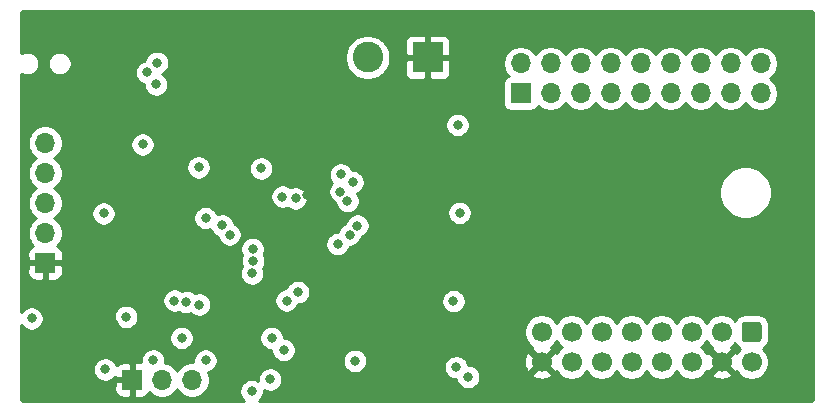
<source format=gbr>
%TF.GenerationSoftware,KiCad,Pcbnew,5.1.6-c6e7f7d~87~ubuntu20.04.1*%
%TF.CreationDate,2020-11-01T20:39:10-05:00*%
%TF.ProjectId,STM32 Driver v1,53544d33-3220-4447-9269-766572207631,rev?*%
%TF.SameCoordinates,Original*%
%TF.FileFunction,Copper,L2,Inr*%
%TF.FilePolarity,Positive*%
%FSLAX46Y46*%
G04 Gerber Fmt 4.6, Leading zero omitted, Abs format (unit mm)*
G04 Created by KiCad (PCBNEW 5.1.6-c6e7f7d~87~ubuntu20.04.1) date 2020-11-01 20:39:10*
%MOMM*%
%LPD*%
G01*
G04 APERTURE LIST*
%TA.AperFunction,ViaPad*%
%ADD10C,1.700000*%
%TD*%
%TA.AperFunction,ViaPad*%
%ADD11R,2.600000X2.600000*%
%TD*%
%TA.AperFunction,ViaPad*%
%ADD12C,2.600000*%
%TD*%
%TA.AperFunction,ViaPad*%
%ADD13R,1.700000X1.700000*%
%TD*%
%TA.AperFunction,ViaPad*%
%ADD14O,1.700000X1.700000*%
%TD*%
%TA.AperFunction,ViaPad*%
%ADD15C,0.800000*%
%TD*%
%TA.AperFunction,Conductor*%
%ADD16C,0.254000*%
%TD*%
G04 APERTURE END LIST*
D10*
%TO.N,GND*%
%TO.C,J3*%
X185928000Y-131953000D03*
%TO.N,LAT*%
X188468000Y-131953000D03*
%TO.N,D*%
X191008000Y-131953000D03*
%TO.N,B*%
X193548000Y-131953000D03*
%TO.N,E*%
X196088000Y-131953000D03*
%TO.N,G1*%
X198628000Y-131953000D03*
%TO.N,GND*%
X201168000Y-131953000D03*
%TO.N,G0*%
X203708000Y-131953000D03*
%TO.N,~OE*%
X185928000Y-129413000D03*
%TO.N,CLK*%
X188468000Y-129413000D03*
%TO.N,C*%
X191008000Y-129413000D03*
%TO.N,A*%
X193548000Y-129413000D03*
%TO.N,B1*%
X196088000Y-129413000D03*
%TO.N,R1*%
X198628000Y-129413000D03*
%TO.N,B0*%
X201168000Y-129413000D03*
%TO.N,R0*%
%TA.AperFunction,ViaPad*%
G36*
G01*
X203108000Y-128563000D02*
X204308000Y-128563000D01*
G75*
G02*
X204558000Y-128813000I0J-250000D01*
G01*
X204558000Y-130013000D01*
G75*
G02*
X204308000Y-130263000I-250000J0D01*
G01*
X203108000Y-130263000D01*
G75*
G02*
X202858000Y-130013000I0J250000D01*
G01*
X202858000Y-128813000D01*
G75*
G02*
X203108000Y-128563000I250000J0D01*
G01*
G37*
%TD.AperFunction*%
%TD*%
D11*
%TO.N,GND*%
%TO.C,J2*%
X176276000Y-106172000D03*
D12*
%TO.N,+5V*%
X171196000Y-106172000D03*
%TD*%
D13*
%TO.N,LED_0*%
%TO.C,J4*%
X184150000Y-109220000D03*
D14*
%TO.N,LED_CLK*%
X184150000Y-106680000D03*
%TO.N,LED_1*%
X186690000Y-109220000D03*
%TO.N,LED_CLK*%
X186690000Y-106680000D03*
%TO.N,LED_2*%
X189230000Y-109220000D03*
%TO.N,LED_CLK*%
X189230000Y-106680000D03*
%TO.N,LED_3*%
X191770000Y-109220000D03*
%TO.N,LED_CLK*%
X191770000Y-106680000D03*
%TO.N,LED_4*%
X194310000Y-109220000D03*
%TO.N,LED_CLK*%
X194310000Y-106680000D03*
%TO.N,LED_5*%
X196850000Y-109220000D03*
%TO.N,LED_CLK*%
X196850000Y-106680000D03*
%TO.N,LED_6*%
X199390000Y-109220000D03*
%TO.N,LED_CLK*%
X199390000Y-106680000D03*
%TO.N,LED_7*%
X201930000Y-109220000D03*
%TO.N,LED_CLK*%
X201930000Y-106680000D03*
%TO.N,LED_8*%
X204470000Y-109220000D03*
%TO.N,LED_CLK*%
X204470000Y-106680000D03*
%TD*%
D13*
%TO.N,GND*%
%TO.C,J5*%
X143891000Y-123571000D03*
D14*
%TO.N,SPI1_COPI*%
X143891000Y-121031000D03*
%TO.N,SPI1_CIPO*%
X143891000Y-118491000D03*
%TO.N,SPI1_SCK*%
X143891000Y-115951000D03*
%TO.N,SPI1_NCS*%
X143891000Y-113411000D03*
%TD*%
D13*
%TO.N,GND*%
%TO.C,J6*%
X151257000Y-133477000D03*
D14*
%TO.N,UART1_TX*%
X153797000Y-133477000D03*
%TO.N,UART1_RX*%
X156337000Y-133477000D03*
%TD*%
D15*
%TO.N,GND*%
X171577000Y-133985000D03*
X172974000Y-125984000D03*
X172720000Y-118618000D03*
X175701883Y-113520982D03*
X176022000Y-120904000D03*
X176022000Y-128016000D03*
X181991000Y-120015000D03*
X182499000Y-112522000D03*
X152960565Y-112290173D03*
X164211000Y-112268000D03*
X154432000Y-110109000D03*
X155369748Y-118945556D03*
X153289000Y-119634000D03*
X152527000Y-129286000D03*
X164973000Y-129159000D03*
X161544000Y-119771056D03*
X166048317Y-117792638D03*
X148844000Y-117856000D03*
X148844000Y-104140000D03*
X153289000Y-102997000D03*
X161671000Y-102997000D03*
X157988000Y-102997000D03*
X156083000Y-104902000D03*
X156083000Y-107569000D03*
X144399000Y-128651000D03*
X147701000Y-128905000D03*
X159766000Y-132207000D03*
X149733000Y-128778000D03*
X145542000Y-128778000D03*
X182118000Y-127000000D03*
X143256000Y-108204000D03*
X149860000Y-110998000D03*
X162306000Y-114046000D03*
%TO.N,+3V3*%
X152146000Y-113538000D03*
X162179000Y-115570000D03*
X165100000Y-118110000D03*
X163068000Y-129921000D03*
X148844000Y-119380000D03*
X153289000Y-108458000D03*
X152527000Y-107442000D03*
X153365000Y-106629000D03*
X142748000Y-128270000D03*
X150749000Y-128143000D03*
%TO.N,+5V*%
X178816000Y-111887000D03*
X178982934Y-119322010D03*
X178459523Y-126810127D03*
%TO.N,SWDIO*%
X157480000Y-131826000D03*
X153035000Y-131826000D03*
%TO.N,SWCLK*%
X164338000Y-126756952D03*
X164084000Y-130937000D03*
%TO.N,~RESET*%
X148971000Y-132588000D03*
X156883969Y-115468838D03*
%TO.N,LED_0*%
X179705000Y-133223000D03*
%TO.N,LED_CLK*%
X178689000Y-132399990D03*
%TO.N,PC3*%
X163984585Y-117958147D03*
X157480000Y-119762855D03*
%TO.N,PC4*%
X168923586Y-116072010D03*
X158877000Y-120396000D03*
%TO.N,PC5*%
X169926000Y-116722010D03*
X159517192Y-121164231D03*
%TO.N,PB0*%
X161456298Y-122384089D03*
X170330930Y-120405952D03*
%TO.N,PB1*%
X161504077Y-123382959D03*
X169676564Y-121162146D03*
%TO.N,PB2*%
X161417000Y-124460000D03*
X168656000Y-121981990D03*
%TO.N,PB14*%
X155448000Y-129921000D03*
X161372855Y-134426111D03*
%TO.N,PC6*%
X154836751Y-126748640D03*
X168893327Y-117523337D03*
%TO.N,PC7*%
X155829333Y-126872451D03*
X169485666Y-118329040D03*
%TO.N,PC8*%
X156933091Y-127089141D03*
X162940503Y-133424164D03*
%TO.N,PC10*%
X170116500Y-131850010D03*
X165286516Y-126044515D03*
%TD*%
D16*
%TO.N,GND*%
G36*
X208807197Y-102265047D02*
G01*
X208825662Y-102270622D01*
X208842694Y-102279678D01*
X208857643Y-102291870D01*
X208869938Y-102306732D01*
X208879111Y-102323696D01*
X208884817Y-102342129D01*
X208890000Y-102391446D01*
X208890001Y-135095712D01*
X208884953Y-135147195D01*
X208879377Y-135165663D01*
X208870322Y-135182693D01*
X208858129Y-135197643D01*
X208843266Y-135209939D01*
X208826303Y-135219111D01*
X208807871Y-135224817D01*
X208758554Y-135230000D01*
X162032677Y-135230000D01*
X162176792Y-135085885D01*
X162290060Y-134916367D01*
X162368081Y-134728009D01*
X162407855Y-134528050D01*
X162407855Y-134324172D01*
X162405302Y-134311338D01*
X162450247Y-134341369D01*
X162638605Y-134419390D01*
X162838564Y-134459164D01*
X163042442Y-134459164D01*
X163242401Y-134419390D01*
X163430759Y-134341369D01*
X163600277Y-134228101D01*
X163744440Y-134083938D01*
X163857708Y-133914420D01*
X163935729Y-133726062D01*
X163975503Y-133526103D01*
X163975503Y-133322225D01*
X163935729Y-133122266D01*
X163857708Y-132933908D01*
X163744440Y-132764390D01*
X163600277Y-132620227D01*
X163430759Y-132506959D01*
X163242401Y-132428938D01*
X163042442Y-132389164D01*
X162838564Y-132389164D01*
X162638605Y-132428938D01*
X162450247Y-132506959D01*
X162280729Y-132620227D01*
X162136566Y-132764390D01*
X162023298Y-132933908D01*
X161945277Y-133122266D01*
X161905503Y-133322225D01*
X161905503Y-133526103D01*
X161908056Y-133538937D01*
X161863111Y-133508906D01*
X161674753Y-133430885D01*
X161474794Y-133391111D01*
X161270916Y-133391111D01*
X161070957Y-133430885D01*
X160882599Y-133508906D01*
X160713081Y-133622174D01*
X160568918Y-133766337D01*
X160455650Y-133935855D01*
X160377629Y-134124213D01*
X160337855Y-134324172D01*
X160337855Y-134528050D01*
X160377629Y-134728009D01*
X160455650Y-134916367D01*
X160568918Y-135085885D01*
X160713033Y-135230000D01*
X142018277Y-135230000D01*
X141966805Y-135224953D01*
X141948337Y-135219377D01*
X141931307Y-135210322D01*
X141916357Y-135198129D01*
X141904061Y-135183266D01*
X141894889Y-135166303D01*
X141889183Y-135147871D01*
X141884000Y-135098554D01*
X141884000Y-134327000D01*
X149768928Y-134327000D01*
X149781188Y-134451482D01*
X149817498Y-134571180D01*
X149876463Y-134681494D01*
X149955815Y-134778185D01*
X150052506Y-134857537D01*
X150162820Y-134916502D01*
X150282518Y-134952812D01*
X150407000Y-134965072D01*
X150971250Y-134962000D01*
X151130000Y-134803250D01*
X151130000Y-133604000D01*
X149930750Y-133604000D01*
X149772000Y-133762750D01*
X149768928Y-134327000D01*
X141884000Y-134327000D01*
X141884000Y-132486061D01*
X147936000Y-132486061D01*
X147936000Y-132689939D01*
X147975774Y-132889898D01*
X148053795Y-133078256D01*
X148167063Y-133247774D01*
X148311226Y-133391937D01*
X148480744Y-133505205D01*
X148669102Y-133583226D01*
X148869061Y-133623000D01*
X149072939Y-133623000D01*
X149272898Y-133583226D01*
X149461256Y-133505205D01*
X149630774Y-133391937D01*
X149774937Y-133247774D01*
X149796401Y-133215651D01*
X149930750Y-133350000D01*
X151130000Y-133350000D01*
X151130000Y-132150750D01*
X151384000Y-132150750D01*
X151384000Y-133350000D01*
X151404000Y-133350000D01*
X151404000Y-133604000D01*
X151384000Y-133604000D01*
X151384000Y-134803250D01*
X151542750Y-134962000D01*
X152107000Y-134965072D01*
X152231482Y-134952812D01*
X152351180Y-134916502D01*
X152461494Y-134857537D01*
X152558185Y-134778185D01*
X152637537Y-134681494D01*
X152696502Y-134571180D01*
X152718513Y-134498620D01*
X152850368Y-134630475D01*
X153093589Y-134792990D01*
X153363842Y-134904932D01*
X153650740Y-134962000D01*
X153943260Y-134962000D01*
X154230158Y-134904932D01*
X154500411Y-134792990D01*
X154743632Y-134630475D01*
X154950475Y-134423632D01*
X155067000Y-134249240D01*
X155183525Y-134423632D01*
X155390368Y-134630475D01*
X155633589Y-134792990D01*
X155903842Y-134904932D01*
X156190740Y-134962000D01*
X156483260Y-134962000D01*
X156770158Y-134904932D01*
X157040411Y-134792990D01*
X157283632Y-134630475D01*
X157490475Y-134423632D01*
X157652990Y-134180411D01*
X157764932Y-133910158D01*
X157822000Y-133623260D01*
X157822000Y-133330740D01*
X157764932Y-133043842D01*
X157681032Y-132841289D01*
X157781898Y-132821226D01*
X157970256Y-132743205D01*
X158139774Y-132629937D01*
X158283937Y-132485774D01*
X158397205Y-132316256D01*
X158475226Y-132127898D01*
X158515000Y-131927939D01*
X158515000Y-131724061D01*
X158475226Y-131524102D01*
X158397205Y-131335744D01*
X158283937Y-131166226D01*
X158139774Y-131022063D01*
X157970256Y-130908795D01*
X157781898Y-130830774D01*
X157581939Y-130791000D01*
X157378061Y-130791000D01*
X157178102Y-130830774D01*
X156989744Y-130908795D01*
X156820226Y-131022063D01*
X156676063Y-131166226D01*
X156562795Y-131335744D01*
X156484774Y-131524102D01*
X156445000Y-131724061D01*
X156445000Y-131927939D01*
X156457742Y-131992000D01*
X156190740Y-131992000D01*
X155903842Y-132049068D01*
X155633589Y-132161010D01*
X155390368Y-132323525D01*
X155183525Y-132530368D01*
X155067000Y-132704760D01*
X154950475Y-132530368D01*
X154743632Y-132323525D01*
X154500411Y-132161010D01*
X154230158Y-132049068D01*
X154052919Y-132013813D01*
X154070000Y-131927939D01*
X154070000Y-131724061D01*
X154030226Y-131524102D01*
X153952205Y-131335744D01*
X153838937Y-131166226D01*
X153694774Y-131022063D01*
X153525256Y-130908795D01*
X153336898Y-130830774D01*
X153136939Y-130791000D01*
X152933061Y-130791000D01*
X152733102Y-130830774D01*
X152544744Y-130908795D01*
X152375226Y-131022063D01*
X152231063Y-131166226D01*
X152117795Y-131335744D01*
X152039774Y-131524102D01*
X152000000Y-131724061D01*
X152000000Y-131927939D01*
X152012234Y-131989444D01*
X151542750Y-131992000D01*
X151384000Y-132150750D01*
X151130000Y-132150750D01*
X150971250Y-131992000D01*
X150407000Y-131988928D01*
X150282518Y-132001188D01*
X150162820Y-132037498D01*
X150052506Y-132096463D01*
X149955815Y-132175815D01*
X149932374Y-132204378D01*
X149888205Y-132097744D01*
X149774937Y-131928226D01*
X149630774Y-131784063D01*
X149461256Y-131670795D01*
X149272898Y-131592774D01*
X149072939Y-131553000D01*
X148869061Y-131553000D01*
X148669102Y-131592774D01*
X148480744Y-131670795D01*
X148311226Y-131784063D01*
X148167063Y-131928226D01*
X148053795Y-132097744D01*
X147975774Y-132286102D01*
X147936000Y-132486061D01*
X141884000Y-132486061D01*
X141884000Y-129819061D01*
X154413000Y-129819061D01*
X154413000Y-130022939D01*
X154452774Y-130222898D01*
X154530795Y-130411256D01*
X154644063Y-130580774D01*
X154788226Y-130724937D01*
X154957744Y-130838205D01*
X155146102Y-130916226D01*
X155346061Y-130956000D01*
X155549939Y-130956000D01*
X155749898Y-130916226D01*
X155938256Y-130838205D01*
X156107774Y-130724937D01*
X156251937Y-130580774D01*
X156365205Y-130411256D01*
X156443226Y-130222898D01*
X156483000Y-130022939D01*
X156483000Y-129819061D01*
X162033000Y-129819061D01*
X162033000Y-130022939D01*
X162072774Y-130222898D01*
X162150795Y-130411256D01*
X162264063Y-130580774D01*
X162408226Y-130724937D01*
X162577744Y-130838205D01*
X162766102Y-130916226D01*
X162966061Y-130956000D01*
X163049000Y-130956000D01*
X163049000Y-131038939D01*
X163088774Y-131238898D01*
X163166795Y-131427256D01*
X163280063Y-131596774D01*
X163424226Y-131740937D01*
X163593744Y-131854205D01*
X163782102Y-131932226D01*
X163982061Y-131972000D01*
X164185939Y-131972000D01*
X164385898Y-131932226D01*
X164574256Y-131854205D01*
X164733097Y-131748071D01*
X169081500Y-131748071D01*
X169081500Y-131951949D01*
X169121274Y-132151908D01*
X169199295Y-132340266D01*
X169312563Y-132509784D01*
X169456726Y-132653947D01*
X169626244Y-132767215D01*
X169814602Y-132845236D01*
X170014561Y-132885010D01*
X170218439Y-132885010D01*
X170418398Y-132845236D01*
X170606756Y-132767215D01*
X170776274Y-132653947D01*
X170920437Y-132509784D01*
X171033705Y-132340266D01*
X171051191Y-132298051D01*
X177654000Y-132298051D01*
X177654000Y-132501929D01*
X177693774Y-132701888D01*
X177771795Y-132890246D01*
X177885063Y-133059764D01*
X178029226Y-133203927D01*
X178198744Y-133317195D01*
X178387102Y-133395216D01*
X178587061Y-133434990D01*
X178691890Y-133434990D01*
X178709774Y-133524898D01*
X178787795Y-133713256D01*
X178901063Y-133882774D01*
X179045226Y-134026937D01*
X179214744Y-134140205D01*
X179403102Y-134218226D01*
X179603061Y-134258000D01*
X179806939Y-134258000D01*
X180006898Y-134218226D01*
X180195256Y-134140205D01*
X180364774Y-134026937D01*
X180508937Y-133882774D01*
X180622205Y-133713256D01*
X180700226Y-133524898D01*
X180740000Y-133324939D01*
X180740000Y-133121061D01*
X180712220Y-132981397D01*
X185079208Y-132981397D01*
X185156843Y-133230472D01*
X185420883Y-133356371D01*
X185704411Y-133428339D01*
X185996531Y-133443611D01*
X186286019Y-133401599D01*
X186561747Y-133303919D01*
X186699157Y-133230472D01*
X186776792Y-132981397D01*
X185928000Y-132132605D01*
X185079208Y-132981397D01*
X180712220Y-132981397D01*
X180700226Y-132921102D01*
X180622205Y-132732744D01*
X180508937Y-132563226D01*
X180364774Y-132419063D01*
X180195256Y-132305795D01*
X180006898Y-132227774D01*
X179806939Y-132188000D01*
X179702110Y-132188000D01*
X179684226Y-132098092D01*
X179652514Y-132021531D01*
X184437389Y-132021531D01*
X184479401Y-132311019D01*
X184577081Y-132586747D01*
X184650528Y-132724157D01*
X184899603Y-132801792D01*
X185748395Y-131953000D01*
X184899603Y-131104208D01*
X184650528Y-131181843D01*
X184524629Y-131445883D01*
X184452661Y-131729411D01*
X184437389Y-132021531D01*
X179652514Y-132021531D01*
X179606205Y-131909734D01*
X179492937Y-131740216D01*
X179348774Y-131596053D01*
X179179256Y-131482785D01*
X178990898Y-131404764D01*
X178790939Y-131364990D01*
X178587061Y-131364990D01*
X178387102Y-131404764D01*
X178198744Y-131482785D01*
X178029226Y-131596053D01*
X177885063Y-131740216D01*
X177771795Y-131909734D01*
X177693774Y-132098092D01*
X177654000Y-132298051D01*
X171051191Y-132298051D01*
X171111726Y-132151908D01*
X171151500Y-131951949D01*
X171151500Y-131748071D01*
X171111726Y-131548112D01*
X171033705Y-131359754D01*
X170920437Y-131190236D01*
X170776274Y-131046073D01*
X170606756Y-130932805D01*
X170418398Y-130854784D01*
X170218439Y-130815010D01*
X170014561Y-130815010D01*
X169814602Y-130854784D01*
X169626244Y-130932805D01*
X169456726Y-131046073D01*
X169312563Y-131190236D01*
X169199295Y-131359754D01*
X169121274Y-131548112D01*
X169081500Y-131748071D01*
X164733097Y-131748071D01*
X164743774Y-131740937D01*
X164887937Y-131596774D01*
X165001205Y-131427256D01*
X165079226Y-131238898D01*
X165119000Y-131038939D01*
X165119000Y-130835061D01*
X165079226Y-130635102D01*
X165001205Y-130446744D01*
X164887937Y-130277226D01*
X164743774Y-130133063D01*
X164574256Y-130019795D01*
X164385898Y-129941774D01*
X164185939Y-129902000D01*
X164103000Y-129902000D01*
X164103000Y-129819061D01*
X164063226Y-129619102D01*
X163985205Y-129430744D01*
X163875622Y-129266740D01*
X184443000Y-129266740D01*
X184443000Y-129559260D01*
X184500068Y-129846158D01*
X184612010Y-130116411D01*
X184774525Y-130359632D01*
X184981368Y-130566475D01*
X185154729Y-130682311D01*
X185079208Y-130924603D01*
X185928000Y-131773395D01*
X186776792Y-130924603D01*
X186701271Y-130682311D01*
X186874632Y-130566475D01*
X187081475Y-130359632D01*
X187198000Y-130185240D01*
X187314525Y-130359632D01*
X187521368Y-130566475D01*
X187695760Y-130683000D01*
X187521368Y-130799525D01*
X187314525Y-131006368D01*
X187198689Y-131179729D01*
X186956397Y-131104208D01*
X186107605Y-131953000D01*
X186956397Y-132801792D01*
X187198689Y-132726271D01*
X187314525Y-132899632D01*
X187521368Y-133106475D01*
X187764589Y-133268990D01*
X188034842Y-133380932D01*
X188321740Y-133438000D01*
X188614260Y-133438000D01*
X188901158Y-133380932D01*
X189171411Y-133268990D01*
X189414632Y-133106475D01*
X189621475Y-132899632D01*
X189738000Y-132725240D01*
X189854525Y-132899632D01*
X190061368Y-133106475D01*
X190304589Y-133268990D01*
X190574842Y-133380932D01*
X190861740Y-133438000D01*
X191154260Y-133438000D01*
X191441158Y-133380932D01*
X191711411Y-133268990D01*
X191954632Y-133106475D01*
X192161475Y-132899632D01*
X192278000Y-132725240D01*
X192394525Y-132899632D01*
X192601368Y-133106475D01*
X192844589Y-133268990D01*
X193114842Y-133380932D01*
X193401740Y-133438000D01*
X193694260Y-133438000D01*
X193981158Y-133380932D01*
X194251411Y-133268990D01*
X194494632Y-133106475D01*
X194701475Y-132899632D01*
X194818000Y-132725240D01*
X194934525Y-132899632D01*
X195141368Y-133106475D01*
X195384589Y-133268990D01*
X195654842Y-133380932D01*
X195941740Y-133438000D01*
X196234260Y-133438000D01*
X196521158Y-133380932D01*
X196791411Y-133268990D01*
X197034632Y-133106475D01*
X197241475Y-132899632D01*
X197358000Y-132725240D01*
X197474525Y-132899632D01*
X197681368Y-133106475D01*
X197924589Y-133268990D01*
X198194842Y-133380932D01*
X198481740Y-133438000D01*
X198774260Y-133438000D01*
X199061158Y-133380932D01*
X199331411Y-133268990D01*
X199574632Y-133106475D01*
X199699710Y-132981397D01*
X200319208Y-132981397D01*
X200396843Y-133230472D01*
X200660883Y-133356371D01*
X200944411Y-133428339D01*
X201236531Y-133443611D01*
X201526019Y-133401599D01*
X201801747Y-133303919D01*
X201939157Y-133230472D01*
X202016792Y-132981397D01*
X201168000Y-132132605D01*
X200319208Y-132981397D01*
X199699710Y-132981397D01*
X199781475Y-132899632D01*
X199897311Y-132726271D01*
X200139603Y-132801792D01*
X200988395Y-131953000D01*
X200139603Y-131104208D01*
X199897311Y-131179729D01*
X199781475Y-131006368D01*
X199574632Y-130799525D01*
X199400240Y-130683000D01*
X199574632Y-130566475D01*
X199781475Y-130359632D01*
X199898000Y-130185240D01*
X200014525Y-130359632D01*
X200221368Y-130566475D01*
X200394729Y-130682311D01*
X200319208Y-130924603D01*
X201168000Y-131773395D01*
X202016792Y-130924603D01*
X201941271Y-130682311D01*
X202114632Y-130566475D01*
X202301715Y-130379392D01*
X202369595Y-130506386D01*
X202480038Y-130640962D01*
X202614614Y-130751405D01*
X202741608Y-130819285D01*
X202554525Y-131006368D01*
X202438689Y-131179729D01*
X202196397Y-131104208D01*
X201347605Y-131953000D01*
X202196397Y-132801792D01*
X202438689Y-132726271D01*
X202554525Y-132899632D01*
X202761368Y-133106475D01*
X203004589Y-133268990D01*
X203274842Y-133380932D01*
X203561740Y-133438000D01*
X203854260Y-133438000D01*
X204141158Y-133380932D01*
X204411411Y-133268990D01*
X204654632Y-133106475D01*
X204861475Y-132899632D01*
X205023990Y-132656411D01*
X205135932Y-132386158D01*
X205193000Y-132099260D01*
X205193000Y-131806740D01*
X205135932Y-131519842D01*
X205023990Y-131249589D01*
X204861475Y-131006368D01*
X204674392Y-130819285D01*
X204801386Y-130751405D01*
X204935962Y-130640962D01*
X205046405Y-130506386D01*
X205128472Y-130352850D01*
X205179008Y-130186254D01*
X205196072Y-130013000D01*
X205196072Y-128813000D01*
X205179008Y-128639746D01*
X205128472Y-128473150D01*
X205046405Y-128319614D01*
X204935962Y-128185038D01*
X204801386Y-128074595D01*
X204647850Y-127992528D01*
X204481254Y-127941992D01*
X204308000Y-127924928D01*
X203108000Y-127924928D01*
X202934746Y-127941992D01*
X202768150Y-127992528D01*
X202614614Y-128074595D01*
X202480038Y-128185038D01*
X202369595Y-128319614D01*
X202301715Y-128446608D01*
X202114632Y-128259525D01*
X201871411Y-128097010D01*
X201601158Y-127985068D01*
X201314260Y-127928000D01*
X201021740Y-127928000D01*
X200734842Y-127985068D01*
X200464589Y-128097010D01*
X200221368Y-128259525D01*
X200014525Y-128466368D01*
X199898000Y-128640760D01*
X199781475Y-128466368D01*
X199574632Y-128259525D01*
X199331411Y-128097010D01*
X199061158Y-127985068D01*
X198774260Y-127928000D01*
X198481740Y-127928000D01*
X198194842Y-127985068D01*
X197924589Y-128097010D01*
X197681368Y-128259525D01*
X197474525Y-128466368D01*
X197358000Y-128640760D01*
X197241475Y-128466368D01*
X197034632Y-128259525D01*
X196791411Y-128097010D01*
X196521158Y-127985068D01*
X196234260Y-127928000D01*
X195941740Y-127928000D01*
X195654842Y-127985068D01*
X195384589Y-128097010D01*
X195141368Y-128259525D01*
X194934525Y-128466368D01*
X194818000Y-128640760D01*
X194701475Y-128466368D01*
X194494632Y-128259525D01*
X194251411Y-128097010D01*
X193981158Y-127985068D01*
X193694260Y-127928000D01*
X193401740Y-127928000D01*
X193114842Y-127985068D01*
X192844589Y-128097010D01*
X192601368Y-128259525D01*
X192394525Y-128466368D01*
X192278000Y-128640760D01*
X192161475Y-128466368D01*
X191954632Y-128259525D01*
X191711411Y-128097010D01*
X191441158Y-127985068D01*
X191154260Y-127928000D01*
X190861740Y-127928000D01*
X190574842Y-127985068D01*
X190304589Y-128097010D01*
X190061368Y-128259525D01*
X189854525Y-128466368D01*
X189738000Y-128640760D01*
X189621475Y-128466368D01*
X189414632Y-128259525D01*
X189171411Y-128097010D01*
X188901158Y-127985068D01*
X188614260Y-127928000D01*
X188321740Y-127928000D01*
X188034842Y-127985068D01*
X187764589Y-128097010D01*
X187521368Y-128259525D01*
X187314525Y-128466368D01*
X187198000Y-128640760D01*
X187081475Y-128466368D01*
X186874632Y-128259525D01*
X186631411Y-128097010D01*
X186361158Y-127985068D01*
X186074260Y-127928000D01*
X185781740Y-127928000D01*
X185494842Y-127985068D01*
X185224589Y-128097010D01*
X184981368Y-128259525D01*
X184774525Y-128466368D01*
X184612010Y-128709589D01*
X184500068Y-128979842D01*
X184443000Y-129266740D01*
X163875622Y-129266740D01*
X163871937Y-129261226D01*
X163727774Y-129117063D01*
X163558256Y-129003795D01*
X163369898Y-128925774D01*
X163169939Y-128886000D01*
X162966061Y-128886000D01*
X162766102Y-128925774D01*
X162577744Y-129003795D01*
X162408226Y-129117063D01*
X162264063Y-129261226D01*
X162150795Y-129430744D01*
X162072774Y-129619102D01*
X162033000Y-129819061D01*
X156483000Y-129819061D01*
X156443226Y-129619102D01*
X156365205Y-129430744D01*
X156251937Y-129261226D01*
X156107774Y-129117063D01*
X155938256Y-129003795D01*
X155749898Y-128925774D01*
X155549939Y-128886000D01*
X155346061Y-128886000D01*
X155146102Y-128925774D01*
X154957744Y-129003795D01*
X154788226Y-129117063D01*
X154644063Y-129261226D01*
X154530795Y-129430744D01*
X154452774Y-129619102D01*
X154413000Y-129819061D01*
X141884000Y-129819061D01*
X141884000Y-128839883D01*
X141944063Y-128929774D01*
X142088226Y-129073937D01*
X142257744Y-129187205D01*
X142446102Y-129265226D01*
X142646061Y-129305000D01*
X142849939Y-129305000D01*
X143049898Y-129265226D01*
X143238256Y-129187205D01*
X143407774Y-129073937D01*
X143551937Y-128929774D01*
X143665205Y-128760256D01*
X143743226Y-128571898D01*
X143783000Y-128371939D01*
X143783000Y-128168061D01*
X143757739Y-128041061D01*
X149714000Y-128041061D01*
X149714000Y-128244939D01*
X149753774Y-128444898D01*
X149831795Y-128633256D01*
X149945063Y-128802774D01*
X150089226Y-128946937D01*
X150258744Y-129060205D01*
X150447102Y-129138226D01*
X150647061Y-129178000D01*
X150850939Y-129178000D01*
X151050898Y-129138226D01*
X151239256Y-129060205D01*
X151408774Y-128946937D01*
X151552937Y-128802774D01*
X151666205Y-128633256D01*
X151744226Y-128444898D01*
X151784000Y-128244939D01*
X151784000Y-128041061D01*
X151744226Y-127841102D01*
X151666205Y-127652744D01*
X151552937Y-127483226D01*
X151408774Y-127339063D01*
X151239256Y-127225795D01*
X151050898Y-127147774D01*
X150850939Y-127108000D01*
X150647061Y-127108000D01*
X150447102Y-127147774D01*
X150258744Y-127225795D01*
X150089226Y-127339063D01*
X149945063Y-127483226D01*
X149831795Y-127652744D01*
X149753774Y-127841102D01*
X149714000Y-128041061D01*
X143757739Y-128041061D01*
X143743226Y-127968102D01*
X143665205Y-127779744D01*
X143551937Y-127610226D01*
X143407774Y-127466063D01*
X143238256Y-127352795D01*
X143049898Y-127274774D01*
X142849939Y-127235000D01*
X142646061Y-127235000D01*
X142446102Y-127274774D01*
X142257744Y-127352795D01*
X142088226Y-127466063D01*
X141944063Y-127610226D01*
X141884000Y-127700117D01*
X141884000Y-126646701D01*
X153801751Y-126646701D01*
X153801751Y-126850579D01*
X153841525Y-127050538D01*
X153919546Y-127238896D01*
X154032814Y-127408414D01*
X154176977Y-127552577D01*
X154346495Y-127665845D01*
X154534853Y-127743866D01*
X154734812Y-127783640D01*
X154938690Y-127783640D01*
X155138649Y-127743866D01*
X155220072Y-127710139D01*
X155339077Y-127789656D01*
X155527435Y-127867677D01*
X155727394Y-127907451D01*
X155931272Y-127907451D01*
X156131231Y-127867677D01*
X156213740Y-127833501D01*
X156273317Y-127893078D01*
X156442835Y-128006346D01*
X156631193Y-128084367D01*
X156831152Y-128124141D01*
X157035030Y-128124141D01*
X157234989Y-128084367D01*
X157423347Y-128006346D01*
X157592865Y-127893078D01*
X157737028Y-127748915D01*
X157850296Y-127579397D01*
X157928317Y-127391039D01*
X157968091Y-127191080D01*
X157968091Y-126987202D01*
X157928317Y-126787243D01*
X157873546Y-126655013D01*
X163303000Y-126655013D01*
X163303000Y-126858891D01*
X163342774Y-127058850D01*
X163420795Y-127247208D01*
X163534063Y-127416726D01*
X163678226Y-127560889D01*
X163847744Y-127674157D01*
X164036102Y-127752178D01*
X164236061Y-127791952D01*
X164439939Y-127791952D01*
X164639898Y-127752178D01*
X164828256Y-127674157D01*
X164997774Y-127560889D01*
X165141937Y-127416726D01*
X165255205Y-127247208D01*
X165324666Y-127079515D01*
X165388455Y-127079515D01*
X165588414Y-127039741D01*
X165776772Y-126961720D01*
X165946290Y-126848452D01*
X166086554Y-126708188D01*
X177424523Y-126708188D01*
X177424523Y-126912066D01*
X177464297Y-127112025D01*
X177542318Y-127300383D01*
X177655586Y-127469901D01*
X177799749Y-127614064D01*
X177969267Y-127727332D01*
X178157625Y-127805353D01*
X178357584Y-127845127D01*
X178561462Y-127845127D01*
X178761421Y-127805353D01*
X178949779Y-127727332D01*
X179119297Y-127614064D01*
X179263460Y-127469901D01*
X179376728Y-127300383D01*
X179454749Y-127112025D01*
X179494523Y-126912066D01*
X179494523Y-126708188D01*
X179454749Y-126508229D01*
X179376728Y-126319871D01*
X179263460Y-126150353D01*
X179119297Y-126006190D01*
X178949779Y-125892922D01*
X178761421Y-125814901D01*
X178561462Y-125775127D01*
X178357584Y-125775127D01*
X178157625Y-125814901D01*
X177969267Y-125892922D01*
X177799749Y-126006190D01*
X177655586Y-126150353D01*
X177542318Y-126319871D01*
X177464297Y-126508229D01*
X177424523Y-126708188D01*
X166086554Y-126708188D01*
X166090453Y-126704289D01*
X166203721Y-126534771D01*
X166281742Y-126346413D01*
X166321516Y-126146454D01*
X166321516Y-125942576D01*
X166281742Y-125742617D01*
X166203721Y-125554259D01*
X166090453Y-125384741D01*
X165946290Y-125240578D01*
X165776772Y-125127310D01*
X165588414Y-125049289D01*
X165388455Y-125009515D01*
X165184577Y-125009515D01*
X164984618Y-125049289D01*
X164796260Y-125127310D01*
X164626742Y-125240578D01*
X164482579Y-125384741D01*
X164369311Y-125554259D01*
X164299850Y-125721952D01*
X164236061Y-125721952D01*
X164036102Y-125761726D01*
X163847744Y-125839747D01*
X163678226Y-125953015D01*
X163534063Y-126097178D01*
X163420795Y-126266696D01*
X163342774Y-126455054D01*
X163303000Y-126655013D01*
X157873546Y-126655013D01*
X157850296Y-126598885D01*
X157737028Y-126429367D01*
X157592865Y-126285204D01*
X157423347Y-126171936D01*
X157234989Y-126093915D01*
X157035030Y-126054141D01*
X156831152Y-126054141D01*
X156631193Y-126093915D01*
X156548684Y-126128091D01*
X156489107Y-126068514D01*
X156319589Y-125955246D01*
X156131231Y-125877225D01*
X155931272Y-125837451D01*
X155727394Y-125837451D01*
X155527435Y-125877225D01*
X155446012Y-125910952D01*
X155327007Y-125831435D01*
X155138649Y-125753414D01*
X154938690Y-125713640D01*
X154734812Y-125713640D01*
X154534853Y-125753414D01*
X154346495Y-125831435D01*
X154176977Y-125944703D01*
X154032814Y-126088866D01*
X153919546Y-126258384D01*
X153841525Y-126446742D01*
X153801751Y-126646701D01*
X141884000Y-126646701D01*
X141884000Y-124421000D01*
X142402928Y-124421000D01*
X142415188Y-124545482D01*
X142451498Y-124665180D01*
X142510463Y-124775494D01*
X142589815Y-124872185D01*
X142686506Y-124951537D01*
X142796820Y-125010502D01*
X142916518Y-125046812D01*
X143041000Y-125059072D01*
X143605250Y-125056000D01*
X143764000Y-124897250D01*
X143764000Y-123698000D01*
X144018000Y-123698000D01*
X144018000Y-124897250D01*
X144176750Y-125056000D01*
X144741000Y-125059072D01*
X144865482Y-125046812D01*
X144985180Y-125010502D01*
X145095494Y-124951537D01*
X145192185Y-124872185D01*
X145271537Y-124775494D01*
X145330502Y-124665180D01*
X145366812Y-124545482D01*
X145379072Y-124421000D01*
X145378730Y-124358061D01*
X160382000Y-124358061D01*
X160382000Y-124561939D01*
X160421774Y-124761898D01*
X160499795Y-124950256D01*
X160613063Y-125119774D01*
X160757226Y-125263937D01*
X160926744Y-125377205D01*
X161115102Y-125455226D01*
X161315061Y-125495000D01*
X161518939Y-125495000D01*
X161718898Y-125455226D01*
X161907256Y-125377205D01*
X162076774Y-125263937D01*
X162220937Y-125119774D01*
X162334205Y-124950256D01*
X162412226Y-124761898D01*
X162452000Y-124561939D01*
X162452000Y-124358061D01*
X162412226Y-124158102D01*
X162342845Y-123990604D01*
X162421282Y-123873215D01*
X162499303Y-123684857D01*
X162539077Y-123484898D01*
X162539077Y-123281020D01*
X162499303Y-123081061D01*
X162421282Y-122892703D01*
X162387093Y-122841536D01*
X162451524Y-122685987D01*
X162491298Y-122486028D01*
X162491298Y-122282150D01*
X162451524Y-122082191D01*
X162373503Y-121893833D01*
X162364295Y-121880051D01*
X167621000Y-121880051D01*
X167621000Y-122083929D01*
X167660774Y-122283888D01*
X167738795Y-122472246D01*
X167852063Y-122641764D01*
X167996226Y-122785927D01*
X168165744Y-122899195D01*
X168354102Y-122977216D01*
X168554061Y-123016990D01*
X168757939Y-123016990D01*
X168957898Y-122977216D01*
X169146256Y-122899195D01*
X169315774Y-122785927D01*
X169459937Y-122641764D01*
X169573205Y-122472246D01*
X169651226Y-122283888D01*
X169668480Y-122197146D01*
X169778503Y-122197146D01*
X169978462Y-122157372D01*
X170166820Y-122079351D01*
X170336338Y-121966083D01*
X170480501Y-121821920D01*
X170593769Y-121652402D01*
X170671790Y-121464044D01*
X170688916Y-121377945D01*
X170821186Y-121323157D01*
X170990704Y-121209889D01*
X171134867Y-121065726D01*
X171248135Y-120896208D01*
X171326156Y-120707850D01*
X171365930Y-120507891D01*
X171365930Y-120304013D01*
X171326156Y-120104054D01*
X171248135Y-119915696D01*
X171134867Y-119746178D01*
X170990704Y-119602015D01*
X170821186Y-119488747D01*
X170632828Y-119410726D01*
X170432869Y-119370952D01*
X170228991Y-119370952D01*
X170029032Y-119410726D01*
X169840674Y-119488747D01*
X169671156Y-119602015D01*
X169526993Y-119746178D01*
X169413725Y-119915696D01*
X169335704Y-120104054D01*
X169318578Y-120190153D01*
X169186308Y-120244941D01*
X169016790Y-120358209D01*
X168872627Y-120502372D01*
X168759359Y-120671890D01*
X168681338Y-120860248D01*
X168664084Y-120946990D01*
X168554061Y-120946990D01*
X168354102Y-120986764D01*
X168165744Y-121064785D01*
X167996226Y-121178053D01*
X167852063Y-121322216D01*
X167738795Y-121491734D01*
X167660774Y-121680092D01*
X167621000Y-121880051D01*
X162364295Y-121880051D01*
X162260235Y-121724315D01*
X162116072Y-121580152D01*
X161946554Y-121466884D01*
X161758196Y-121388863D01*
X161558237Y-121349089D01*
X161354359Y-121349089D01*
X161154400Y-121388863D01*
X160966042Y-121466884D01*
X160796524Y-121580152D01*
X160652361Y-121724315D01*
X160539093Y-121893833D01*
X160461072Y-122082191D01*
X160421298Y-122282150D01*
X160421298Y-122486028D01*
X160461072Y-122685987D01*
X160539093Y-122874345D01*
X160573282Y-122925512D01*
X160508851Y-123081061D01*
X160469077Y-123281020D01*
X160469077Y-123484898D01*
X160508851Y-123684857D01*
X160578232Y-123852355D01*
X160499795Y-123969744D01*
X160421774Y-124158102D01*
X160382000Y-124358061D01*
X145378730Y-124358061D01*
X145376000Y-123856750D01*
X145217250Y-123698000D01*
X144018000Y-123698000D01*
X143764000Y-123698000D01*
X142564750Y-123698000D01*
X142406000Y-123856750D01*
X142402928Y-124421000D01*
X141884000Y-124421000D01*
X141884000Y-122721000D01*
X142402928Y-122721000D01*
X142406000Y-123285250D01*
X142564750Y-123444000D01*
X143764000Y-123444000D01*
X143764000Y-123424000D01*
X144018000Y-123424000D01*
X144018000Y-123444000D01*
X145217250Y-123444000D01*
X145376000Y-123285250D01*
X145379072Y-122721000D01*
X145366812Y-122596518D01*
X145330502Y-122476820D01*
X145271537Y-122366506D01*
X145192185Y-122269815D01*
X145095494Y-122190463D01*
X144985180Y-122131498D01*
X144912620Y-122109487D01*
X145044475Y-121977632D01*
X145206990Y-121734411D01*
X145318932Y-121464158D01*
X145376000Y-121177260D01*
X145376000Y-120884740D01*
X145318932Y-120597842D01*
X145206990Y-120327589D01*
X145044475Y-120084368D01*
X144837632Y-119877525D01*
X144663240Y-119761000D01*
X144837632Y-119644475D01*
X145044475Y-119437632D01*
X145151096Y-119278061D01*
X147809000Y-119278061D01*
X147809000Y-119481939D01*
X147848774Y-119681898D01*
X147926795Y-119870256D01*
X148040063Y-120039774D01*
X148184226Y-120183937D01*
X148353744Y-120297205D01*
X148542102Y-120375226D01*
X148742061Y-120415000D01*
X148945939Y-120415000D01*
X149145898Y-120375226D01*
X149334256Y-120297205D01*
X149503774Y-120183937D01*
X149647937Y-120039774D01*
X149761205Y-119870256D01*
X149839226Y-119681898D01*
X149843399Y-119660916D01*
X156445000Y-119660916D01*
X156445000Y-119864794D01*
X156484774Y-120064753D01*
X156562795Y-120253111D01*
X156676063Y-120422629D01*
X156820226Y-120566792D01*
X156989744Y-120680060D01*
X157178102Y-120758081D01*
X157378061Y-120797855D01*
X157581939Y-120797855D01*
X157781898Y-120758081D01*
X157888425Y-120713956D01*
X157959795Y-120886256D01*
X158073063Y-121055774D01*
X158217226Y-121199937D01*
X158386744Y-121313205D01*
X158500958Y-121360514D01*
X158521966Y-121466129D01*
X158599987Y-121654487D01*
X158713255Y-121824005D01*
X158857418Y-121968168D01*
X159026936Y-122081436D01*
X159215294Y-122159457D01*
X159415253Y-122199231D01*
X159619131Y-122199231D01*
X159819090Y-122159457D01*
X160007448Y-122081436D01*
X160176966Y-121968168D01*
X160321129Y-121824005D01*
X160434397Y-121654487D01*
X160512418Y-121466129D01*
X160552192Y-121266170D01*
X160552192Y-121062292D01*
X160512418Y-120862333D01*
X160434397Y-120673975D01*
X160321129Y-120504457D01*
X160176966Y-120360294D01*
X160007448Y-120247026D01*
X159893234Y-120199717D01*
X159872226Y-120094102D01*
X159794205Y-119905744D01*
X159680937Y-119736226D01*
X159536774Y-119592063D01*
X159367256Y-119478795D01*
X159178898Y-119400774D01*
X158978939Y-119361000D01*
X158775061Y-119361000D01*
X158575102Y-119400774D01*
X158468575Y-119444899D01*
X158397205Y-119272599D01*
X158283937Y-119103081D01*
X158139774Y-118958918D01*
X157970256Y-118845650D01*
X157781898Y-118767629D01*
X157581939Y-118727855D01*
X157378061Y-118727855D01*
X157178102Y-118767629D01*
X156989744Y-118845650D01*
X156820226Y-118958918D01*
X156676063Y-119103081D01*
X156562795Y-119272599D01*
X156484774Y-119460957D01*
X156445000Y-119660916D01*
X149843399Y-119660916D01*
X149879000Y-119481939D01*
X149879000Y-119278061D01*
X149839226Y-119078102D01*
X149761205Y-118889744D01*
X149647937Y-118720226D01*
X149503774Y-118576063D01*
X149334256Y-118462795D01*
X149145898Y-118384774D01*
X148945939Y-118345000D01*
X148742061Y-118345000D01*
X148542102Y-118384774D01*
X148353744Y-118462795D01*
X148184226Y-118576063D01*
X148040063Y-118720226D01*
X147926795Y-118889744D01*
X147848774Y-119078102D01*
X147809000Y-119278061D01*
X145151096Y-119278061D01*
X145206990Y-119194411D01*
X145318932Y-118924158D01*
X145376000Y-118637260D01*
X145376000Y-118344740D01*
X145318932Y-118057842D01*
X145235413Y-117856208D01*
X162949585Y-117856208D01*
X162949585Y-118060086D01*
X162989359Y-118260045D01*
X163067380Y-118448403D01*
X163180648Y-118617921D01*
X163324811Y-118762084D01*
X163494329Y-118875352D01*
X163682687Y-118953373D01*
X163882646Y-118993147D01*
X164086524Y-118993147D01*
X164286483Y-118953373D01*
X164423081Y-118896792D01*
X164440226Y-118913937D01*
X164609744Y-119027205D01*
X164798102Y-119105226D01*
X164998061Y-119145000D01*
X165201939Y-119145000D01*
X165401898Y-119105226D01*
X165590256Y-119027205D01*
X165759774Y-118913937D01*
X165903937Y-118769774D01*
X166017205Y-118600256D01*
X166095226Y-118411898D01*
X166135000Y-118211939D01*
X166135000Y-118008061D01*
X166095226Y-117808102D01*
X166017205Y-117619744D01*
X165903937Y-117450226D01*
X165875109Y-117421398D01*
X167858327Y-117421398D01*
X167858327Y-117625276D01*
X167898101Y-117825235D01*
X167976122Y-118013593D01*
X168089390Y-118183111D01*
X168233553Y-118327274D01*
X168403071Y-118440542D01*
X168457013Y-118462885D01*
X168490440Y-118630938D01*
X168568461Y-118819296D01*
X168681729Y-118988814D01*
X168825892Y-119132977D01*
X168995410Y-119246245D01*
X169183768Y-119324266D01*
X169383727Y-119364040D01*
X169587605Y-119364040D01*
X169787564Y-119324266D01*
X169975922Y-119246245D01*
X170015094Y-119220071D01*
X177947934Y-119220071D01*
X177947934Y-119423949D01*
X177987708Y-119623908D01*
X178065729Y-119812266D01*
X178178997Y-119981784D01*
X178323160Y-120125947D01*
X178492678Y-120239215D01*
X178681036Y-120317236D01*
X178880995Y-120357010D01*
X179084873Y-120357010D01*
X179284832Y-120317236D01*
X179473190Y-120239215D01*
X179642708Y-120125947D01*
X179786871Y-119981784D01*
X179900139Y-119812266D01*
X179978160Y-119623908D01*
X180017934Y-119423949D01*
X180017934Y-119220071D01*
X179978160Y-119020112D01*
X179900139Y-118831754D01*
X179786871Y-118662236D01*
X179642708Y-118518073D01*
X179473190Y-118404805D01*
X179284832Y-118326784D01*
X179084873Y-118287010D01*
X178880995Y-118287010D01*
X178681036Y-118326784D01*
X178492678Y-118404805D01*
X178323160Y-118518073D01*
X178178997Y-118662236D01*
X178065729Y-118831754D01*
X177987708Y-119020112D01*
X177947934Y-119220071D01*
X170015094Y-119220071D01*
X170145440Y-119132977D01*
X170289603Y-118988814D01*
X170402871Y-118819296D01*
X170480892Y-118630938D01*
X170520666Y-118430979D01*
X170520666Y-118227101D01*
X170480892Y-118027142D01*
X170402871Y-117838784D01*
X170301331Y-117686819D01*
X170416256Y-117639215D01*
X170585774Y-117525947D01*
X170729849Y-117381872D01*
X200965000Y-117381872D01*
X200965000Y-117822128D01*
X201050890Y-118253925D01*
X201219369Y-118660669D01*
X201463962Y-119026729D01*
X201775271Y-119338038D01*
X202141331Y-119582631D01*
X202548075Y-119751110D01*
X202979872Y-119837000D01*
X203420128Y-119837000D01*
X203851925Y-119751110D01*
X204258669Y-119582631D01*
X204624729Y-119338038D01*
X204936038Y-119026729D01*
X205180631Y-118660669D01*
X205349110Y-118253925D01*
X205435000Y-117822128D01*
X205435000Y-117381872D01*
X205349110Y-116950075D01*
X205180631Y-116543331D01*
X204936038Y-116177271D01*
X204624729Y-115865962D01*
X204258669Y-115621369D01*
X203851925Y-115452890D01*
X203420128Y-115367000D01*
X202979872Y-115367000D01*
X202548075Y-115452890D01*
X202141331Y-115621369D01*
X201775271Y-115865962D01*
X201463962Y-116177271D01*
X201219369Y-116543331D01*
X201050890Y-116950075D01*
X200965000Y-117381872D01*
X170729849Y-117381872D01*
X170729937Y-117381784D01*
X170843205Y-117212266D01*
X170921226Y-117023908D01*
X170961000Y-116823949D01*
X170961000Y-116620071D01*
X170921226Y-116420112D01*
X170843205Y-116231754D01*
X170729937Y-116062236D01*
X170585774Y-115918073D01*
X170416256Y-115804805D01*
X170227898Y-115726784D01*
X170027939Y-115687010D01*
X169884390Y-115687010D01*
X169840791Y-115581754D01*
X169727523Y-115412236D01*
X169583360Y-115268073D01*
X169413842Y-115154805D01*
X169225484Y-115076784D01*
X169025525Y-115037010D01*
X168821647Y-115037010D01*
X168621688Y-115076784D01*
X168433330Y-115154805D01*
X168263812Y-115268073D01*
X168119649Y-115412236D01*
X168006381Y-115581754D01*
X167928360Y-115770112D01*
X167888586Y-115970071D01*
X167888586Y-116173949D01*
X167928360Y-116373908D01*
X168006381Y-116562266D01*
X168119649Y-116731784D01*
X168170409Y-116782544D01*
X168089390Y-116863563D01*
X167976122Y-117033081D01*
X167898101Y-117221439D01*
X167858327Y-117421398D01*
X165875109Y-117421398D01*
X165759774Y-117306063D01*
X165590256Y-117192795D01*
X165401898Y-117114774D01*
X165201939Y-117075000D01*
X164998061Y-117075000D01*
X164798102Y-117114774D01*
X164661504Y-117171355D01*
X164644359Y-117154210D01*
X164474841Y-117040942D01*
X164286483Y-116962921D01*
X164086524Y-116923147D01*
X163882646Y-116923147D01*
X163682687Y-116962921D01*
X163494329Y-117040942D01*
X163324811Y-117154210D01*
X163180648Y-117298373D01*
X163067380Y-117467891D01*
X162989359Y-117656249D01*
X162949585Y-117856208D01*
X145235413Y-117856208D01*
X145206990Y-117787589D01*
X145044475Y-117544368D01*
X144837632Y-117337525D01*
X144663240Y-117221000D01*
X144837632Y-117104475D01*
X145044475Y-116897632D01*
X145206990Y-116654411D01*
X145318932Y-116384158D01*
X145376000Y-116097260D01*
X145376000Y-115804740D01*
X145318932Y-115517842D01*
X145256410Y-115366899D01*
X155848969Y-115366899D01*
X155848969Y-115570777D01*
X155888743Y-115770736D01*
X155966764Y-115959094D01*
X156080032Y-116128612D01*
X156224195Y-116272775D01*
X156393713Y-116386043D01*
X156582071Y-116464064D01*
X156782030Y-116503838D01*
X156985908Y-116503838D01*
X157185867Y-116464064D01*
X157374225Y-116386043D01*
X157543743Y-116272775D01*
X157687906Y-116128612D01*
X157801174Y-115959094D01*
X157879195Y-115770736D01*
X157918969Y-115570777D01*
X157918969Y-115468061D01*
X161144000Y-115468061D01*
X161144000Y-115671939D01*
X161183774Y-115871898D01*
X161261795Y-116060256D01*
X161375063Y-116229774D01*
X161519226Y-116373937D01*
X161688744Y-116487205D01*
X161877102Y-116565226D01*
X162077061Y-116605000D01*
X162280939Y-116605000D01*
X162480898Y-116565226D01*
X162669256Y-116487205D01*
X162838774Y-116373937D01*
X162982937Y-116229774D01*
X163096205Y-116060256D01*
X163174226Y-115871898D01*
X163214000Y-115671939D01*
X163214000Y-115468061D01*
X163174226Y-115268102D01*
X163096205Y-115079744D01*
X162982937Y-114910226D01*
X162838774Y-114766063D01*
X162669256Y-114652795D01*
X162480898Y-114574774D01*
X162280939Y-114535000D01*
X162077061Y-114535000D01*
X161877102Y-114574774D01*
X161688744Y-114652795D01*
X161519226Y-114766063D01*
X161375063Y-114910226D01*
X161261795Y-115079744D01*
X161183774Y-115268102D01*
X161144000Y-115468061D01*
X157918969Y-115468061D01*
X157918969Y-115366899D01*
X157879195Y-115166940D01*
X157801174Y-114978582D01*
X157687906Y-114809064D01*
X157543743Y-114664901D01*
X157374225Y-114551633D01*
X157185867Y-114473612D01*
X156985908Y-114433838D01*
X156782030Y-114433838D01*
X156582071Y-114473612D01*
X156393713Y-114551633D01*
X156224195Y-114664901D01*
X156080032Y-114809064D01*
X155966764Y-114978582D01*
X155888743Y-115166940D01*
X155848969Y-115366899D01*
X145256410Y-115366899D01*
X145206990Y-115247589D01*
X145044475Y-115004368D01*
X144837632Y-114797525D01*
X144663240Y-114681000D01*
X144837632Y-114564475D01*
X145044475Y-114357632D01*
X145206990Y-114114411D01*
X145318932Y-113844158D01*
X145376000Y-113557260D01*
X145376000Y-113436061D01*
X151111000Y-113436061D01*
X151111000Y-113639939D01*
X151150774Y-113839898D01*
X151228795Y-114028256D01*
X151342063Y-114197774D01*
X151486226Y-114341937D01*
X151655744Y-114455205D01*
X151844102Y-114533226D01*
X152044061Y-114573000D01*
X152247939Y-114573000D01*
X152447898Y-114533226D01*
X152636256Y-114455205D01*
X152805774Y-114341937D01*
X152949937Y-114197774D01*
X153063205Y-114028256D01*
X153141226Y-113839898D01*
X153181000Y-113639939D01*
X153181000Y-113436061D01*
X153141226Y-113236102D01*
X153063205Y-113047744D01*
X152949937Y-112878226D01*
X152805774Y-112734063D01*
X152636256Y-112620795D01*
X152447898Y-112542774D01*
X152247939Y-112503000D01*
X152044061Y-112503000D01*
X151844102Y-112542774D01*
X151655744Y-112620795D01*
X151486226Y-112734063D01*
X151342063Y-112878226D01*
X151228795Y-113047744D01*
X151150774Y-113236102D01*
X151111000Y-113436061D01*
X145376000Y-113436061D01*
X145376000Y-113264740D01*
X145318932Y-112977842D01*
X145206990Y-112707589D01*
X145044475Y-112464368D01*
X144837632Y-112257525D01*
X144594411Y-112095010D01*
X144324158Y-111983068D01*
X144037260Y-111926000D01*
X143744740Y-111926000D01*
X143457842Y-111983068D01*
X143187589Y-112095010D01*
X142944368Y-112257525D01*
X142737525Y-112464368D01*
X142575010Y-112707589D01*
X142463068Y-112977842D01*
X142406000Y-113264740D01*
X142406000Y-113557260D01*
X142463068Y-113844158D01*
X142575010Y-114114411D01*
X142737525Y-114357632D01*
X142944368Y-114564475D01*
X143118760Y-114681000D01*
X142944368Y-114797525D01*
X142737525Y-115004368D01*
X142575010Y-115247589D01*
X142463068Y-115517842D01*
X142406000Y-115804740D01*
X142406000Y-116097260D01*
X142463068Y-116384158D01*
X142575010Y-116654411D01*
X142737525Y-116897632D01*
X142944368Y-117104475D01*
X143118760Y-117221000D01*
X142944368Y-117337525D01*
X142737525Y-117544368D01*
X142575010Y-117787589D01*
X142463068Y-118057842D01*
X142406000Y-118344740D01*
X142406000Y-118637260D01*
X142463068Y-118924158D01*
X142575010Y-119194411D01*
X142737525Y-119437632D01*
X142944368Y-119644475D01*
X143118760Y-119761000D01*
X142944368Y-119877525D01*
X142737525Y-120084368D01*
X142575010Y-120327589D01*
X142463068Y-120597842D01*
X142406000Y-120884740D01*
X142406000Y-121177260D01*
X142463068Y-121464158D01*
X142575010Y-121734411D01*
X142737525Y-121977632D01*
X142869380Y-122109487D01*
X142796820Y-122131498D01*
X142686506Y-122190463D01*
X142589815Y-122269815D01*
X142510463Y-122366506D01*
X142451498Y-122476820D01*
X142415188Y-122596518D01*
X142402928Y-122721000D01*
X141884000Y-122721000D01*
X141884000Y-111785061D01*
X177781000Y-111785061D01*
X177781000Y-111988939D01*
X177820774Y-112188898D01*
X177898795Y-112377256D01*
X178012063Y-112546774D01*
X178156226Y-112690937D01*
X178325744Y-112804205D01*
X178514102Y-112882226D01*
X178714061Y-112922000D01*
X178917939Y-112922000D01*
X179117898Y-112882226D01*
X179306256Y-112804205D01*
X179475774Y-112690937D01*
X179619937Y-112546774D01*
X179733205Y-112377256D01*
X179811226Y-112188898D01*
X179851000Y-111988939D01*
X179851000Y-111785061D01*
X179811226Y-111585102D01*
X179733205Y-111396744D01*
X179619937Y-111227226D01*
X179475774Y-111083063D01*
X179306256Y-110969795D01*
X179117898Y-110891774D01*
X178917939Y-110852000D01*
X178714061Y-110852000D01*
X178514102Y-110891774D01*
X178325744Y-110969795D01*
X178156226Y-111083063D01*
X178012063Y-111227226D01*
X177898795Y-111396744D01*
X177820774Y-111585102D01*
X177781000Y-111785061D01*
X141884000Y-111785061D01*
X141884000Y-107557286D01*
X141910586Y-107575050D01*
X142094394Y-107651186D01*
X142289524Y-107690000D01*
X142488476Y-107690000D01*
X142683606Y-107651186D01*
X142867414Y-107575050D01*
X143032837Y-107464518D01*
X143173518Y-107323837D01*
X143284050Y-107158414D01*
X143360186Y-106974606D01*
X143399000Y-106779476D01*
X143399000Y-106580524D01*
X144129000Y-106580524D01*
X144129000Y-106779476D01*
X144167814Y-106974606D01*
X144243950Y-107158414D01*
X144354482Y-107323837D01*
X144495163Y-107464518D01*
X144660586Y-107575050D01*
X144844394Y-107651186D01*
X145039524Y-107690000D01*
X145238476Y-107690000D01*
X145433606Y-107651186D01*
X145617414Y-107575050D01*
X145782837Y-107464518D01*
X145907294Y-107340061D01*
X151492000Y-107340061D01*
X151492000Y-107543939D01*
X151531774Y-107743898D01*
X151609795Y-107932256D01*
X151723063Y-108101774D01*
X151867226Y-108245937D01*
X152036744Y-108359205D01*
X152225102Y-108437226D01*
X152254000Y-108442974D01*
X152254000Y-108559939D01*
X152293774Y-108759898D01*
X152371795Y-108948256D01*
X152485063Y-109117774D01*
X152629226Y-109261937D01*
X152798744Y-109375205D01*
X152987102Y-109453226D01*
X153187061Y-109493000D01*
X153390939Y-109493000D01*
X153590898Y-109453226D01*
X153779256Y-109375205D01*
X153948774Y-109261937D01*
X154092937Y-109117774D01*
X154206205Y-108948256D01*
X154284226Y-108759898D01*
X154324000Y-108559939D01*
X154324000Y-108370000D01*
X182661928Y-108370000D01*
X182661928Y-110070000D01*
X182674188Y-110194482D01*
X182710498Y-110314180D01*
X182769463Y-110424494D01*
X182848815Y-110521185D01*
X182945506Y-110600537D01*
X183055820Y-110659502D01*
X183175518Y-110695812D01*
X183300000Y-110708072D01*
X185000000Y-110708072D01*
X185124482Y-110695812D01*
X185244180Y-110659502D01*
X185354494Y-110600537D01*
X185451185Y-110521185D01*
X185530537Y-110424494D01*
X185589502Y-110314180D01*
X185611513Y-110241620D01*
X185743368Y-110373475D01*
X185986589Y-110535990D01*
X186256842Y-110647932D01*
X186543740Y-110705000D01*
X186836260Y-110705000D01*
X187123158Y-110647932D01*
X187393411Y-110535990D01*
X187636632Y-110373475D01*
X187843475Y-110166632D01*
X187960000Y-109992240D01*
X188076525Y-110166632D01*
X188283368Y-110373475D01*
X188526589Y-110535990D01*
X188796842Y-110647932D01*
X189083740Y-110705000D01*
X189376260Y-110705000D01*
X189663158Y-110647932D01*
X189933411Y-110535990D01*
X190176632Y-110373475D01*
X190383475Y-110166632D01*
X190500000Y-109992240D01*
X190616525Y-110166632D01*
X190823368Y-110373475D01*
X191066589Y-110535990D01*
X191336842Y-110647932D01*
X191623740Y-110705000D01*
X191916260Y-110705000D01*
X192203158Y-110647932D01*
X192473411Y-110535990D01*
X192716632Y-110373475D01*
X192923475Y-110166632D01*
X193040000Y-109992240D01*
X193156525Y-110166632D01*
X193363368Y-110373475D01*
X193606589Y-110535990D01*
X193876842Y-110647932D01*
X194163740Y-110705000D01*
X194456260Y-110705000D01*
X194743158Y-110647932D01*
X195013411Y-110535990D01*
X195256632Y-110373475D01*
X195463475Y-110166632D01*
X195580000Y-109992240D01*
X195696525Y-110166632D01*
X195903368Y-110373475D01*
X196146589Y-110535990D01*
X196416842Y-110647932D01*
X196703740Y-110705000D01*
X196996260Y-110705000D01*
X197283158Y-110647932D01*
X197553411Y-110535990D01*
X197796632Y-110373475D01*
X198003475Y-110166632D01*
X198120000Y-109992240D01*
X198236525Y-110166632D01*
X198443368Y-110373475D01*
X198686589Y-110535990D01*
X198956842Y-110647932D01*
X199243740Y-110705000D01*
X199536260Y-110705000D01*
X199823158Y-110647932D01*
X200093411Y-110535990D01*
X200336632Y-110373475D01*
X200543475Y-110166632D01*
X200660000Y-109992240D01*
X200776525Y-110166632D01*
X200983368Y-110373475D01*
X201226589Y-110535990D01*
X201496842Y-110647932D01*
X201783740Y-110705000D01*
X202076260Y-110705000D01*
X202363158Y-110647932D01*
X202633411Y-110535990D01*
X202876632Y-110373475D01*
X203083475Y-110166632D01*
X203200000Y-109992240D01*
X203316525Y-110166632D01*
X203523368Y-110373475D01*
X203766589Y-110535990D01*
X204036842Y-110647932D01*
X204323740Y-110705000D01*
X204616260Y-110705000D01*
X204903158Y-110647932D01*
X205173411Y-110535990D01*
X205416632Y-110373475D01*
X205623475Y-110166632D01*
X205785990Y-109923411D01*
X205897932Y-109653158D01*
X205955000Y-109366260D01*
X205955000Y-109073740D01*
X205897932Y-108786842D01*
X205785990Y-108516589D01*
X205623475Y-108273368D01*
X205416632Y-108066525D01*
X205242240Y-107950000D01*
X205416632Y-107833475D01*
X205623475Y-107626632D01*
X205785990Y-107383411D01*
X205897932Y-107113158D01*
X205955000Y-106826260D01*
X205955000Y-106533740D01*
X205897932Y-106246842D01*
X205785990Y-105976589D01*
X205623475Y-105733368D01*
X205416632Y-105526525D01*
X205173411Y-105364010D01*
X204903158Y-105252068D01*
X204616260Y-105195000D01*
X204323740Y-105195000D01*
X204036842Y-105252068D01*
X203766589Y-105364010D01*
X203523368Y-105526525D01*
X203316525Y-105733368D01*
X203200000Y-105907760D01*
X203083475Y-105733368D01*
X202876632Y-105526525D01*
X202633411Y-105364010D01*
X202363158Y-105252068D01*
X202076260Y-105195000D01*
X201783740Y-105195000D01*
X201496842Y-105252068D01*
X201226589Y-105364010D01*
X200983368Y-105526525D01*
X200776525Y-105733368D01*
X200660000Y-105907760D01*
X200543475Y-105733368D01*
X200336632Y-105526525D01*
X200093411Y-105364010D01*
X199823158Y-105252068D01*
X199536260Y-105195000D01*
X199243740Y-105195000D01*
X198956842Y-105252068D01*
X198686589Y-105364010D01*
X198443368Y-105526525D01*
X198236525Y-105733368D01*
X198120000Y-105907760D01*
X198003475Y-105733368D01*
X197796632Y-105526525D01*
X197553411Y-105364010D01*
X197283158Y-105252068D01*
X196996260Y-105195000D01*
X196703740Y-105195000D01*
X196416842Y-105252068D01*
X196146589Y-105364010D01*
X195903368Y-105526525D01*
X195696525Y-105733368D01*
X195580000Y-105907760D01*
X195463475Y-105733368D01*
X195256632Y-105526525D01*
X195013411Y-105364010D01*
X194743158Y-105252068D01*
X194456260Y-105195000D01*
X194163740Y-105195000D01*
X193876842Y-105252068D01*
X193606589Y-105364010D01*
X193363368Y-105526525D01*
X193156525Y-105733368D01*
X193040000Y-105907760D01*
X192923475Y-105733368D01*
X192716632Y-105526525D01*
X192473411Y-105364010D01*
X192203158Y-105252068D01*
X191916260Y-105195000D01*
X191623740Y-105195000D01*
X191336842Y-105252068D01*
X191066589Y-105364010D01*
X190823368Y-105526525D01*
X190616525Y-105733368D01*
X190500000Y-105907760D01*
X190383475Y-105733368D01*
X190176632Y-105526525D01*
X189933411Y-105364010D01*
X189663158Y-105252068D01*
X189376260Y-105195000D01*
X189083740Y-105195000D01*
X188796842Y-105252068D01*
X188526589Y-105364010D01*
X188283368Y-105526525D01*
X188076525Y-105733368D01*
X187960000Y-105907760D01*
X187843475Y-105733368D01*
X187636632Y-105526525D01*
X187393411Y-105364010D01*
X187123158Y-105252068D01*
X186836260Y-105195000D01*
X186543740Y-105195000D01*
X186256842Y-105252068D01*
X185986589Y-105364010D01*
X185743368Y-105526525D01*
X185536525Y-105733368D01*
X185420000Y-105907760D01*
X185303475Y-105733368D01*
X185096632Y-105526525D01*
X184853411Y-105364010D01*
X184583158Y-105252068D01*
X184296260Y-105195000D01*
X184003740Y-105195000D01*
X183716842Y-105252068D01*
X183446589Y-105364010D01*
X183203368Y-105526525D01*
X182996525Y-105733368D01*
X182834010Y-105976589D01*
X182722068Y-106246842D01*
X182665000Y-106533740D01*
X182665000Y-106826260D01*
X182722068Y-107113158D01*
X182834010Y-107383411D01*
X182996525Y-107626632D01*
X183128380Y-107758487D01*
X183055820Y-107780498D01*
X182945506Y-107839463D01*
X182848815Y-107918815D01*
X182769463Y-108015506D01*
X182710498Y-108125820D01*
X182674188Y-108245518D01*
X182661928Y-108370000D01*
X154324000Y-108370000D01*
X154324000Y-108356061D01*
X154284226Y-108156102D01*
X154206205Y-107967744D01*
X154092937Y-107798226D01*
X153948774Y-107654063D01*
X153813338Y-107563568D01*
X153855256Y-107546205D01*
X154024774Y-107432937D01*
X154168937Y-107288774D01*
X154282205Y-107119256D01*
X154360226Y-106930898D01*
X154400000Y-106730939D01*
X154400000Y-106527061D01*
X154360226Y-106327102D01*
X154282205Y-106138744D01*
X154177085Y-105981419D01*
X169261000Y-105981419D01*
X169261000Y-106362581D01*
X169335361Y-106736419D01*
X169481225Y-107088566D01*
X169692987Y-107405491D01*
X169962509Y-107675013D01*
X170279434Y-107886775D01*
X170631581Y-108032639D01*
X171005419Y-108107000D01*
X171386581Y-108107000D01*
X171760419Y-108032639D01*
X172112566Y-107886775D01*
X172429491Y-107675013D01*
X172632504Y-107472000D01*
X174337928Y-107472000D01*
X174350188Y-107596482D01*
X174386498Y-107716180D01*
X174445463Y-107826494D01*
X174524815Y-107923185D01*
X174621506Y-108002537D01*
X174731820Y-108061502D01*
X174851518Y-108097812D01*
X174976000Y-108110072D01*
X175990250Y-108107000D01*
X176149000Y-107948250D01*
X176149000Y-106299000D01*
X176403000Y-106299000D01*
X176403000Y-107948250D01*
X176561750Y-108107000D01*
X177576000Y-108110072D01*
X177700482Y-108097812D01*
X177820180Y-108061502D01*
X177930494Y-108002537D01*
X178027185Y-107923185D01*
X178106537Y-107826494D01*
X178165502Y-107716180D01*
X178201812Y-107596482D01*
X178214072Y-107472000D01*
X178211000Y-106457750D01*
X178052250Y-106299000D01*
X176403000Y-106299000D01*
X176149000Y-106299000D01*
X174499750Y-106299000D01*
X174341000Y-106457750D01*
X174337928Y-107472000D01*
X172632504Y-107472000D01*
X172699013Y-107405491D01*
X172910775Y-107088566D01*
X173056639Y-106736419D01*
X173131000Y-106362581D01*
X173131000Y-105981419D01*
X173056639Y-105607581D01*
X172910775Y-105255434D01*
X172699013Y-104938509D01*
X172632504Y-104872000D01*
X174337928Y-104872000D01*
X174341000Y-105886250D01*
X174499750Y-106045000D01*
X176149000Y-106045000D01*
X176149000Y-104395750D01*
X176403000Y-104395750D01*
X176403000Y-106045000D01*
X178052250Y-106045000D01*
X178211000Y-105886250D01*
X178214072Y-104872000D01*
X178201812Y-104747518D01*
X178165502Y-104627820D01*
X178106537Y-104517506D01*
X178027185Y-104420815D01*
X177930494Y-104341463D01*
X177820180Y-104282498D01*
X177700482Y-104246188D01*
X177576000Y-104233928D01*
X176561750Y-104237000D01*
X176403000Y-104395750D01*
X176149000Y-104395750D01*
X175990250Y-104237000D01*
X174976000Y-104233928D01*
X174851518Y-104246188D01*
X174731820Y-104282498D01*
X174621506Y-104341463D01*
X174524815Y-104420815D01*
X174445463Y-104517506D01*
X174386498Y-104627820D01*
X174350188Y-104747518D01*
X174337928Y-104872000D01*
X172632504Y-104872000D01*
X172429491Y-104668987D01*
X172112566Y-104457225D01*
X171760419Y-104311361D01*
X171386581Y-104237000D01*
X171005419Y-104237000D01*
X170631581Y-104311361D01*
X170279434Y-104457225D01*
X169962509Y-104668987D01*
X169692987Y-104938509D01*
X169481225Y-105255434D01*
X169335361Y-105607581D01*
X169261000Y-105981419D01*
X154177085Y-105981419D01*
X154168937Y-105969226D01*
X154024774Y-105825063D01*
X153855256Y-105711795D01*
X153666898Y-105633774D01*
X153466939Y-105594000D01*
X153263061Y-105594000D01*
X153063102Y-105633774D01*
X152874744Y-105711795D01*
X152705226Y-105825063D01*
X152561063Y-105969226D01*
X152447795Y-106138744D01*
X152369774Y-106327102D01*
X152350949Y-106421742D01*
X152225102Y-106446774D01*
X152036744Y-106524795D01*
X151867226Y-106638063D01*
X151723063Y-106782226D01*
X151609795Y-106951744D01*
X151531774Y-107140102D01*
X151492000Y-107340061D01*
X145907294Y-107340061D01*
X145923518Y-107323837D01*
X146034050Y-107158414D01*
X146110186Y-106974606D01*
X146149000Y-106779476D01*
X146149000Y-106580524D01*
X146110186Y-106385394D01*
X146034050Y-106201586D01*
X145923518Y-106036163D01*
X145782837Y-105895482D01*
X145617414Y-105784950D01*
X145433606Y-105708814D01*
X145238476Y-105670000D01*
X145039524Y-105670000D01*
X144844394Y-105708814D01*
X144660586Y-105784950D01*
X144495163Y-105895482D01*
X144354482Y-106036163D01*
X144243950Y-106201586D01*
X144167814Y-106385394D01*
X144129000Y-106580524D01*
X143399000Y-106580524D01*
X143360186Y-106385394D01*
X143284050Y-106201586D01*
X143173518Y-106036163D01*
X143032837Y-105895482D01*
X142867414Y-105784950D01*
X142683606Y-105708814D01*
X142488476Y-105670000D01*
X142289524Y-105670000D01*
X142094394Y-105708814D01*
X141910586Y-105784950D01*
X141884000Y-105802714D01*
X141884000Y-102394277D01*
X141889047Y-102342803D01*
X141894622Y-102324338D01*
X141903678Y-102307306D01*
X141915870Y-102292357D01*
X141930732Y-102280062D01*
X141947696Y-102270889D01*
X141966129Y-102265183D01*
X142015446Y-102260000D01*
X208755723Y-102260000D01*
X208807197Y-102265047D01*
G37*
X208807197Y-102265047D02*
X208825662Y-102270622D01*
X208842694Y-102279678D01*
X208857643Y-102291870D01*
X208869938Y-102306732D01*
X208879111Y-102323696D01*
X208884817Y-102342129D01*
X208890000Y-102391446D01*
X208890001Y-135095712D01*
X208884953Y-135147195D01*
X208879377Y-135165663D01*
X208870322Y-135182693D01*
X208858129Y-135197643D01*
X208843266Y-135209939D01*
X208826303Y-135219111D01*
X208807871Y-135224817D01*
X208758554Y-135230000D01*
X162032677Y-135230000D01*
X162176792Y-135085885D01*
X162290060Y-134916367D01*
X162368081Y-134728009D01*
X162407855Y-134528050D01*
X162407855Y-134324172D01*
X162405302Y-134311338D01*
X162450247Y-134341369D01*
X162638605Y-134419390D01*
X162838564Y-134459164D01*
X163042442Y-134459164D01*
X163242401Y-134419390D01*
X163430759Y-134341369D01*
X163600277Y-134228101D01*
X163744440Y-134083938D01*
X163857708Y-133914420D01*
X163935729Y-133726062D01*
X163975503Y-133526103D01*
X163975503Y-133322225D01*
X163935729Y-133122266D01*
X163857708Y-132933908D01*
X163744440Y-132764390D01*
X163600277Y-132620227D01*
X163430759Y-132506959D01*
X163242401Y-132428938D01*
X163042442Y-132389164D01*
X162838564Y-132389164D01*
X162638605Y-132428938D01*
X162450247Y-132506959D01*
X162280729Y-132620227D01*
X162136566Y-132764390D01*
X162023298Y-132933908D01*
X161945277Y-133122266D01*
X161905503Y-133322225D01*
X161905503Y-133526103D01*
X161908056Y-133538937D01*
X161863111Y-133508906D01*
X161674753Y-133430885D01*
X161474794Y-133391111D01*
X161270916Y-133391111D01*
X161070957Y-133430885D01*
X160882599Y-133508906D01*
X160713081Y-133622174D01*
X160568918Y-133766337D01*
X160455650Y-133935855D01*
X160377629Y-134124213D01*
X160337855Y-134324172D01*
X160337855Y-134528050D01*
X160377629Y-134728009D01*
X160455650Y-134916367D01*
X160568918Y-135085885D01*
X160713033Y-135230000D01*
X142018277Y-135230000D01*
X141966805Y-135224953D01*
X141948337Y-135219377D01*
X141931307Y-135210322D01*
X141916357Y-135198129D01*
X141904061Y-135183266D01*
X141894889Y-135166303D01*
X141889183Y-135147871D01*
X141884000Y-135098554D01*
X141884000Y-134327000D01*
X149768928Y-134327000D01*
X149781188Y-134451482D01*
X149817498Y-134571180D01*
X149876463Y-134681494D01*
X149955815Y-134778185D01*
X150052506Y-134857537D01*
X150162820Y-134916502D01*
X150282518Y-134952812D01*
X150407000Y-134965072D01*
X150971250Y-134962000D01*
X151130000Y-134803250D01*
X151130000Y-133604000D01*
X149930750Y-133604000D01*
X149772000Y-133762750D01*
X149768928Y-134327000D01*
X141884000Y-134327000D01*
X141884000Y-132486061D01*
X147936000Y-132486061D01*
X147936000Y-132689939D01*
X147975774Y-132889898D01*
X148053795Y-133078256D01*
X148167063Y-133247774D01*
X148311226Y-133391937D01*
X148480744Y-133505205D01*
X148669102Y-133583226D01*
X148869061Y-133623000D01*
X149072939Y-133623000D01*
X149272898Y-133583226D01*
X149461256Y-133505205D01*
X149630774Y-133391937D01*
X149774937Y-133247774D01*
X149796401Y-133215651D01*
X149930750Y-133350000D01*
X151130000Y-133350000D01*
X151130000Y-132150750D01*
X151384000Y-132150750D01*
X151384000Y-133350000D01*
X151404000Y-133350000D01*
X151404000Y-133604000D01*
X151384000Y-133604000D01*
X151384000Y-134803250D01*
X151542750Y-134962000D01*
X152107000Y-134965072D01*
X152231482Y-134952812D01*
X152351180Y-134916502D01*
X152461494Y-134857537D01*
X152558185Y-134778185D01*
X152637537Y-134681494D01*
X152696502Y-134571180D01*
X152718513Y-134498620D01*
X152850368Y-134630475D01*
X153093589Y-134792990D01*
X153363842Y-134904932D01*
X153650740Y-134962000D01*
X153943260Y-134962000D01*
X154230158Y-134904932D01*
X154500411Y-134792990D01*
X154743632Y-134630475D01*
X154950475Y-134423632D01*
X155067000Y-134249240D01*
X155183525Y-134423632D01*
X155390368Y-134630475D01*
X155633589Y-134792990D01*
X155903842Y-134904932D01*
X156190740Y-134962000D01*
X156483260Y-134962000D01*
X156770158Y-134904932D01*
X157040411Y-134792990D01*
X157283632Y-134630475D01*
X157490475Y-134423632D01*
X157652990Y-134180411D01*
X157764932Y-133910158D01*
X157822000Y-133623260D01*
X157822000Y-133330740D01*
X157764932Y-133043842D01*
X157681032Y-132841289D01*
X157781898Y-132821226D01*
X157970256Y-132743205D01*
X158139774Y-132629937D01*
X158283937Y-132485774D01*
X158397205Y-132316256D01*
X158475226Y-132127898D01*
X158515000Y-131927939D01*
X158515000Y-131724061D01*
X158475226Y-131524102D01*
X158397205Y-131335744D01*
X158283937Y-131166226D01*
X158139774Y-131022063D01*
X157970256Y-130908795D01*
X157781898Y-130830774D01*
X157581939Y-130791000D01*
X157378061Y-130791000D01*
X157178102Y-130830774D01*
X156989744Y-130908795D01*
X156820226Y-131022063D01*
X156676063Y-131166226D01*
X156562795Y-131335744D01*
X156484774Y-131524102D01*
X156445000Y-131724061D01*
X156445000Y-131927939D01*
X156457742Y-131992000D01*
X156190740Y-131992000D01*
X155903842Y-132049068D01*
X155633589Y-132161010D01*
X155390368Y-132323525D01*
X155183525Y-132530368D01*
X155067000Y-132704760D01*
X154950475Y-132530368D01*
X154743632Y-132323525D01*
X154500411Y-132161010D01*
X154230158Y-132049068D01*
X154052919Y-132013813D01*
X154070000Y-131927939D01*
X154070000Y-131724061D01*
X154030226Y-131524102D01*
X153952205Y-131335744D01*
X153838937Y-131166226D01*
X153694774Y-131022063D01*
X153525256Y-130908795D01*
X153336898Y-130830774D01*
X153136939Y-130791000D01*
X152933061Y-130791000D01*
X152733102Y-130830774D01*
X152544744Y-130908795D01*
X152375226Y-131022063D01*
X152231063Y-131166226D01*
X152117795Y-131335744D01*
X152039774Y-131524102D01*
X152000000Y-131724061D01*
X152000000Y-131927939D01*
X152012234Y-131989444D01*
X151542750Y-131992000D01*
X151384000Y-132150750D01*
X151130000Y-132150750D01*
X150971250Y-131992000D01*
X150407000Y-131988928D01*
X150282518Y-132001188D01*
X150162820Y-132037498D01*
X150052506Y-132096463D01*
X149955815Y-132175815D01*
X149932374Y-132204378D01*
X149888205Y-132097744D01*
X149774937Y-131928226D01*
X149630774Y-131784063D01*
X149461256Y-131670795D01*
X149272898Y-131592774D01*
X149072939Y-131553000D01*
X148869061Y-131553000D01*
X148669102Y-131592774D01*
X148480744Y-131670795D01*
X148311226Y-131784063D01*
X148167063Y-131928226D01*
X148053795Y-132097744D01*
X147975774Y-132286102D01*
X147936000Y-132486061D01*
X141884000Y-132486061D01*
X141884000Y-129819061D01*
X154413000Y-129819061D01*
X154413000Y-130022939D01*
X154452774Y-130222898D01*
X154530795Y-130411256D01*
X154644063Y-130580774D01*
X154788226Y-130724937D01*
X154957744Y-130838205D01*
X155146102Y-130916226D01*
X155346061Y-130956000D01*
X155549939Y-130956000D01*
X155749898Y-130916226D01*
X155938256Y-130838205D01*
X156107774Y-130724937D01*
X156251937Y-130580774D01*
X156365205Y-130411256D01*
X156443226Y-130222898D01*
X156483000Y-130022939D01*
X156483000Y-129819061D01*
X162033000Y-129819061D01*
X162033000Y-130022939D01*
X162072774Y-130222898D01*
X162150795Y-130411256D01*
X162264063Y-130580774D01*
X162408226Y-130724937D01*
X162577744Y-130838205D01*
X162766102Y-130916226D01*
X162966061Y-130956000D01*
X163049000Y-130956000D01*
X163049000Y-131038939D01*
X163088774Y-131238898D01*
X163166795Y-131427256D01*
X163280063Y-131596774D01*
X163424226Y-131740937D01*
X163593744Y-131854205D01*
X163782102Y-131932226D01*
X163982061Y-131972000D01*
X164185939Y-131972000D01*
X164385898Y-131932226D01*
X164574256Y-131854205D01*
X164733097Y-131748071D01*
X169081500Y-131748071D01*
X169081500Y-131951949D01*
X169121274Y-132151908D01*
X169199295Y-132340266D01*
X169312563Y-132509784D01*
X169456726Y-132653947D01*
X169626244Y-132767215D01*
X169814602Y-132845236D01*
X170014561Y-132885010D01*
X170218439Y-132885010D01*
X170418398Y-132845236D01*
X170606756Y-132767215D01*
X170776274Y-132653947D01*
X170920437Y-132509784D01*
X171033705Y-132340266D01*
X171051191Y-132298051D01*
X177654000Y-132298051D01*
X177654000Y-132501929D01*
X177693774Y-132701888D01*
X177771795Y-132890246D01*
X177885063Y-133059764D01*
X178029226Y-133203927D01*
X178198744Y-133317195D01*
X178387102Y-133395216D01*
X178587061Y-133434990D01*
X178691890Y-133434990D01*
X178709774Y-133524898D01*
X178787795Y-133713256D01*
X178901063Y-133882774D01*
X179045226Y-134026937D01*
X179214744Y-134140205D01*
X179403102Y-134218226D01*
X179603061Y-134258000D01*
X179806939Y-134258000D01*
X180006898Y-134218226D01*
X180195256Y-134140205D01*
X180364774Y-134026937D01*
X180508937Y-133882774D01*
X180622205Y-133713256D01*
X180700226Y-133524898D01*
X180740000Y-133324939D01*
X180740000Y-133121061D01*
X180712220Y-132981397D01*
X185079208Y-132981397D01*
X185156843Y-133230472D01*
X185420883Y-133356371D01*
X185704411Y-133428339D01*
X185996531Y-133443611D01*
X186286019Y-133401599D01*
X186561747Y-133303919D01*
X186699157Y-133230472D01*
X186776792Y-132981397D01*
X185928000Y-132132605D01*
X185079208Y-132981397D01*
X180712220Y-132981397D01*
X180700226Y-132921102D01*
X180622205Y-132732744D01*
X180508937Y-132563226D01*
X180364774Y-132419063D01*
X180195256Y-132305795D01*
X180006898Y-132227774D01*
X179806939Y-132188000D01*
X179702110Y-132188000D01*
X179684226Y-132098092D01*
X179652514Y-132021531D01*
X184437389Y-132021531D01*
X184479401Y-132311019D01*
X184577081Y-132586747D01*
X184650528Y-132724157D01*
X184899603Y-132801792D01*
X185748395Y-131953000D01*
X184899603Y-131104208D01*
X184650528Y-131181843D01*
X184524629Y-131445883D01*
X184452661Y-131729411D01*
X184437389Y-132021531D01*
X179652514Y-132021531D01*
X179606205Y-131909734D01*
X179492937Y-131740216D01*
X179348774Y-131596053D01*
X179179256Y-131482785D01*
X178990898Y-131404764D01*
X178790939Y-131364990D01*
X178587061Y-131364990D01*
X178387102Y-131404764D01*
X178198744Y-131482785D01*
X178029226Y-131596053D01*
X177885063Y-131740216D01*
X177771795Y-131909734D01*
X177693774Y-132098092D01*
X177654000Y-132298051D01*
X171051191Y-132298051D01*
X171111726Y-132151908D01*
X171151500Y-131951949D01*
X171151500Y-131748071D01*
X171111726Y-131548112D01*
X171033705Y-131359754D01*
X170920437Y-131190236D01*
X170776274Y-131046073D01*
X170606756Y-130932805D01*
X170418398Y-130854784D01*
X170218439Y-130815010D01*
X170014561Y-130815010D01*
X169814602Y-130854784D01*
X169626244Y-130932805D01*
X169456726Y-131046073D01*
X169312563Y-131190236D01*
X169199295Y-131359754D01*
X169121274Y-131548112D01*
X169081500Y-131748071D01*
X164733097Y-131748071D01*
X164743774Y-131740937D01*
X164887937Y-131596774D01*
X165001205Y-131427256D01*
X165079226Y-131238898D01*
X165119000Y-131038939D01*
X165119000Y-130835061D01*
X165079226Y-130635102D01*
X165001205Y-130446744D01*
X164887937Y-130277226D01*
X164743774Y-130133063D01*
X164574256Y-130019795D01*
X164385898Y-129941774D01*
X164185939Y-129902000D01*
X164103000Y-129902000D01*
X164103000Y-129819061D01*
X164063226Y-129619102D01*
X163985205Y-129430744D01*
X163875622Y-129266740D01*
X184443000Y-129266740D01*
X184443000Y-129559260D01*
X184500068Y-129846158D01*
X184612010Y-130116411D01*
X184774525Y-130359632D01*
X184981368Y-130566475D01*
X185154729Y-130682311D01*
X185079208Y-130924603D01*
X185928000Y-131773395D01*
X186776792Y-130924603D01*
X186701271Y-130682311D01*
X186874632Y-130566475D01*
X187081475Y-130359632D01*
X187198000Y-130185240D01*
X187314525Y-130359632D01*
X187521368Y-130566475D01*
X187695760Y-130683000D01*
X187521368Y-130799525D01*
X187314525Y-131006368D01*
X187198689Y-131179729D01*
X186956397Y-131104208D01*
X186107605Y-131953000D01*
X186956397Y-132801792D01*
X187198689Y-132726271D01*
X187314525Y-132899632D01*
X187521368Y-133106475D01*
X187764589Y-133268990D01*
X188034842Y-133380932D01*
X188321740Y-133438000D01*
X188614260Y-133438000D01*
X188901158Y-133380932D01*
X189171411Y-133268990D01*
X189414632Y-133106475D01*
X189621475Y-132899632D01*
X189738000Y-132725240D01*
X189854525Y-132899632D01*
X190061368Y-133106475D01*
X190304589Y-133268990D01*
X190574842Y-133380932D01*
X190861740Y-133438000D01*
X191154260Y-133438000D01*
X191441158Y-133380932D01*
X191711411Y-133268990D01*
X191954632Y-133106475D01*
X192161475Y-132899632D01*
X192278000Y-132725240D01*
X192394525Y-132899632D01*
X192601368Y-133106475D01*
X192844589Y-133268990D01*
X193114842Y-133380932D01*
X193401740Y-133438000D01*
X193694260Y-133438000D01*
X193981158Y-133380932D01*
X194251411Y-133268990D01*
X194494632Y-133106475D01*
X194701475Y-132899632D01*
X194818000Y-132725240D01*
X194934525Y-132899632D01*
X195141368Y-133106475D01*
X195384589Y-133268990D01*
X195654842Y-133380932D01*
X195941740Y-133438000D01*
X196234260Y-133438000D01*
X196521158Y-133380932D01*
X196791411Y-133268990D01*
X197034632Y-133106475D01*
X197241475Y-132899632D01*
X197358000Y-132725240D01*
X197474525Y-132899632D01*
X197681368Y-133106475D01*
X197924589Y-133268990D01*
X198194842Y-133380932D01*
X198481740Y-133438000D01*
X198774260Y-133438000D01*
X199061158Y-133380932D01*
X199331411Y-133268990D01*
X199574632Y-133106475D01*
X199699710Y-132981397D01*
X200319208Y-132981397D01*
X200396843Y-133230472D01*
X200660883Y-133356371D01*
X200944411Y-133428339D01*
X201236531Y-133443611D01*
X201526019Y-133401599D01*
X201801747Y-133303919D01*
X201939157Y-133230472D01*
X202016792Y-132981397D01*
X201168000Y-132132605D01*
X200319208Y-132981397D01*
X199699710Y-132981397D01*
X199781475Y-132899632D01*
X199897311Y-132726271D01*
X200139603Y-132801792D01*
X200988395Y-131953000D01*
X200139603Y-131104208D01*
X199897311Y-131179729D01*
X199781475Y-131006368D01*
X199574632Y-130799525D01*
X199400240Y-130683000D01*
X199574632Y-130566475D01*
X199781475Y-130359632D01*
X199898000Y-130185240D01*
X200014525Y-130359632D01*
X200221368Y-130566475D01*
X200394729Y-130682311D01*
X200319208Y-130924603D01*
X201168000Y-131773395D01*
X202016792Y-130924603D01*
X201941271Y-130682311D01*
X202114632Y-130566475D01*
X202301715Y-130379392D01*
X202369595Y-130506386D01*
X202480038Y-130640962D01*
X202614614Y-130751405D01*
X202741608Y-130819285D01*
X202554525Y-131006368D01*
X202438689Y-131179729D01*
X202196397Y-131104208D01*
X201347605Y-131953000D01*
X202196397Y-132801792D01*
X202438689Y-132726271D01*
X202554525Y-132899632D01*
X202761368Y-133106475D01*
X203004589Y-133268990D01*
X203274842Y-133380932D01*
X203561740Y-133438000D01*
X203854260Y-133438000D01*
X204141158Y-133380932D01*
X204411411Y-133268990D01*
X204654632Y-133106475D01*
X204861475Y-132899632D01*
X205023990Y-132656411D01*
X205135932Y-132386158D01*
X205193000Y-132099260D01*
X205193000Y-131806740D01*
X205135932Y-131519842D01*
X205023990Y-131249589D01*
X204861475Y-131006368D01*
X204674392Y-130819285D01*
X204801386Y-130751405D01*
X204935962Y-130640962D01*
X205046405Y-130506386D01*
X205128472Y-130352850D01*
X205179008Y-130186254D01*
X205196072Y-130013000D01*
X205196072Y-128813000D01*
X205179008Y-128639746D01*
X205128472Y-128473150D01*
X205046405Y-128319614D01*
X204935962Y-128185038D01*
X204801386Y-128074595D01*
X204647850Y-127992528D01*
X204481254Y-127941992D01*
X204308000Y-127924928D01*
X203108000Y-127924928D01*
X202934746Y-127941992D01*
X202768150Y-127992528D01*
X202614614Y-128074595D01*
X202480038Y-128185038D01*
X202369595Y-128319614D01*
X202301715Y-128446608D01*
X202114632Y-128259525D01*
X201871411Y-128097010D01*
X201601158Y-127985068D01*
X201314260Y-127928000D01*
X201021740Y-127928000D01*
X200734842Y-127985068D01*
X200464589Y-128097010D01*
X200221368Y-128259525D01*
X200014525Y-128466368D01*
X199898000Y-128640760D01*
X199781475Y-128466368D01*
X199574632Y-128259525D01*
X199331411Y-128097010D01*
X199061158Y-127985068D01*
X198774260Y-127928000D01*
X198481740Y-127928000D01*
X198194842Y-127985068D01*
X197924589Y-128097010D01*
X197681368Y-128259525D01*
X197474525Y-128466368D01*
X197358000Y-128640760D01*
X197241475Y-128466368D01*
X197034632Y-128259525D01*
X196791411Y-128097010D01*
X196521158Y-127985068D01*
X196234260Y-127928000D01*
X195941740Y-127928000D01*
X195654842Y-127985068D01*
X195384589Y-128097010D01*
X195141368Y-128259525D01*
X194934525Y-128466368D01*
X194818000Y-128640760D01*
X194701475Y-128466368D01*
X194494632Y-128259525D01*
X194251411Y-128097010D01*
X193981158Y-127985068D01*
X193694260Y-127928000D01*
X193401740Y-127928000D01*
X193114842Y-127985068D01*
X192844589Y-128097010D01*
X192601368Y-128259525D01*
X192394525Y-128466368D01*
X192278000Y-128640760D01*
X192161475Y-128466368D01*
X191954632Y-128259525D01*
X191711411Y-128097010D01*
X191441158Y-127985068D01*
X191154260Y-127928000D01*
X190861740Y-127928000D01*
X190574842Y-127985068D01*
X190304589Y-128097010D01*
X190061368Y-128259525D01*
X189854525Y-128466368D01*
X189738000Y-128640760D01*
X189621475Y-128466368D01*
X189414632Y-128259525D01*
X189171411Y-128097010D01*
X188901158Y-127985068D01*
X188614260Y-127928000D01*
X188321740Y-127928000D01*
X188034842Y-127985068D01*
X187764589Y-128097010D01*
X187521368Y-128259525D01*
X187314525Y-128466368D01*
X187198000Y-128640760D01*
X187081475Y-128466368D01*
X186874632Y-128259525D01*
X186631411Y-128097010D01*
X186361158Y-127985068D01*
X186074260Y-127928000D01*
X185781740Y-127928000D01*
X185494842Y-127985068D01*
X185224589Y-128097010D01*
X184981368Y-128259525D01*
X184774525Y-128466368D01*
X184612010Y-128709589D01*
X184500068Y-128979842D01*
X184443000Y-129266740D01*
X163875622Y-129266740D01*
X163871937Y-129261226D01*
X163727774Y-129117063D01*
X163558256Y-129003795D01*
X163369898Y-128925774D01*
X163169939Y-128886000D01*
X162966061Y-128886000D01*
X162766102Y-128925774D01*
X162577744Y-129003795D01*
X162408226Y-129117063D01*
X162264063Y-129261226D01*
X162150795Y-129430744D01*
X162072774Y-129619102D01*
X162033000Y-129819061D01*
X156483000Y-129819061D01*
X156443226Y-129619102D01*
X156365205Y-129430744D01*
X156251937Y-129261226D01*
X156107774Y-129117063D01*
X155938256Y-129003795D01*
X155749898Y-128925774D01*
X155549939Y-128886000D01*
X155346061Y-128886000D01*
X155146102Y-128925774D01*
X154957744Y-129003795D01*
X154788226Y-129117063D01*
X154644063Y-129261226D01*
X154530795Y-129430744D01*
X154452774Y-129619102D01*
X154413000Y-129819061D01*
X141884000Y-129819061D01*
X141884000Y-128839883D01*
X141944063Y-128929774D01*
X142088226Y-129073937D01*
X142257744Y-129187205D01*
X142446102Y-129265226D01*
X142646061Y-129305000D01*
X142849939Y-129305000D01*
X143049898Y-129265226D01*
X143238256Y-129187205D01*
X143407774Y-129073937D01*
X143551937Y-128929774D01*
X143665205Y-128760256D01*
X143743226Y-128571898D01*
X143783000Y-128371939D01*
X143783000Y-128168061D01*
X143757739Y-128041061D01*
X149714000Y-128041061D01*
X149714000Y-128244939D01*
X149753774Y-128444898D01*
X149831795Y-128633256D01*
X149945063Y-128802774D01*
X150089226Y-128946937D01*
X150258744Y-129060205D01*
X150447102Y-129138226D01*
X150647061Y-129178000D01*
X150850939Y-129178000D01*
X151050898Y-129138226D01*
X151239256Y-129060205D01*
X151408774Y-128946937D01*
X151552937Y-128802774D01*
X151666205Y-128633256D01*
X151744226Y-128444898D01*
X151784000Y-128244939D01*
X151784000Y-128041061D01*
X151744226Y-127841102D01*
X151666205Y-127652744D01*
X151552937Y-127483226D01*
X151408774Y-127339063D01*
X151239256Y-127225795D01*
X151050898Y-127147774D01*
X150850939Y-127108000D01*
X150647061Y-127108000D01*
X150447102Y-127147774D01*
X150258744Y-127225795D01*
X150089226Y-127339063D01*
X149945063Y-127483226D01*
X149831795Y-127652744D01*
X149753774Y-127841102D01*
X149714000Y-128041061D01*
X143757739Y-128041061D01*
X143743226Y-127968102D01*
X143665205Y-127779744D01*
X143551937Y-127610226D01*
X143407774Y-127466063D01*
X143238256Y-127352795D01*
X143049898Y-127274774D01*
X142849939Y-127235000D01*
X142646061Y-127235000D01*
X142446102Y-127274774D01*
X142257744Y-127352795D01*
X142088226Y-127466063D01*
X141944063Y-127610226D01*
X141884000Y-127700117D01*
X141884000Y-126646701D01*
X153801751Y-126646701D01*
X153801751Y-126850579D01*
X153841525Y-127050538D01*
X153919546Y-127238896D01*
X154032814Y-127408414D01*
X154176977Y-127552577D01*
X154346495Y-127665845D01*
X154534853Y-127743866D01*
X154734812Y-127783640D01*
X154938690Y-127783640D01*
X155138649Y-127743866D01*
X155220072Y-127710139D01*
X155339077Y-127789656D01*
X155527435Y-127867677D01*
X155727394Y-127907451D01*
X155931272Y-127907451D01*
X156131231Y-127867677D01*
X156213740Y-127833501D01*
X156273317Y-127893078D01*
X156442835Y-128006346D01*
X156631193Y-128084367D01*
X156831152Y-128124141D01*
X157035030Y-128124141D01*
X157234989Y-128084367D01*
X157423347Y-128006346D01*
X157592865Y-127893078D01*
X157737028Y-127748915D01*
X157850296Y-127579397D01*
X157928317Y-127391039D01*
X157968091Y-127191080D01*
X157968091Y-126987202D01*
X157928317Y-126787243D01*
X157873546Y-126655013D01*
X163303000Y-126655013D01*
X163303000Y-126858891D01*
X163342774Y-127058850D01*
X163420795Y-127247208D01*
X163534063Y-127416726D01*
X163678226Y-127560889D01*
X163847744Y-127674157D01*
X164036102Y-127752178D01*
X164236061Y-127791952D01*
X164439939Y-127791952D01*
X164639898Y-127752178D01*
X164828256Y-127674157D01*
X164997774Y-127560889D01*
X165141937Y-127416726D01*
X165255205Y-127247208D01*
X165324666Y-127079515D01*
X165388455Y-127079515D01*
X165588414Y-127039741D01*
X165776772Y-126961720D01*
X165946290Y-126848452D01*
X166086554Y-126708188D01*
X177424523Y-126708188D01*
X177424523Y-126912066D01*
X177464297Y-127112025D01*
X177542318Y-127300383D01*
X177655586Y-127469901D01*
X177799749Y-127614064D01*
X177969267Y-127727332D01*
X178157625Y-127805353D01*
X178357584Y-127845127D01*
X178561462Y-127845127D01*
X178761421Y-127805353D01*
X178949779Y-127727332D01*
X179119297Y-127614064D01*
X179263460Y-127469901D01*
X179376728Y-127300383D01*
X179454749Y-127112025D01*
X179494523Y-126912066D01*
X179494523Y-126708188D01*
X179454749Y-126508229D01*
X179376728Y-126319871D01*
X179263460Y-126150353D01*
X179119297Y-126006190D01*
X178949779Y-125892922D01*
X178761421Y-125814901D01*
X178561462Y-125775127D01*
X178357584Y-125775127D01*
X178157625Y-125814901D01*
X177969267Y-125892922D01*
X177799749Y-126006190D01*
X177655586Y-126150353D01*
X177542318Y-126319871D01*
X177464297Y-126508229D01*
X177424523Y-126708188D01*
X166086554Y-126708188D01*
X166090453Y-126704289D01*
X166203721Y-126534771D01*
X166281742Y-126346413D01*
X166321516Y-126146454D01*
X166321516Y-125942576D01*
X166281742Y-125742617D01*
X166203721Y-125554259D01*
X166090453Y-125384741D01*
X165946290Y-125240578D01*
X165776772Y-125127310D01*
X165588414Y-125049289D01*
X165388455Y-125009515D01*
X165184577Y-125009515D01*
X164984618Y-125049289D01*
X164796260Y-125127310D01*
X164626742Y-125240578D01*
X164482579Y-125384741D01*
X164369311Y-125554259D01*
X164299850Y-125721952D01*
X164236061Y-125721952D01*
X164036102Y-125761726D01*
X163847744Y-125839747D01*
X163678226Y-125953015D01*
X163534063Y-126097178D01*
X163420795Y-126266696D01*
X163342774Y-126455054D01*
X163303000Y-126655013D01*
X157873546Y-126655013D01*
X157850296Y-126598885D01*
X157737028Y-126429367D01*
X157592865Y-126285204D01*
X157423347Y-126171936D01*
X157234989Y-126093915D01*
X157035030Y-126054141D01*
X156831152Y-126054141D01*
X156631193Y-126093915D01*
X156548684Y-126128091D01*
X156489107Y-126068514D01*
X156319589Y-125955246D01*
X156131231Y-125877225D01*
X155931272Y-125837451D01*
X155727394Y-125837451D01*
X155527435Y-125877225D01*
X155446012Y-125910952D01*
X155327007Y-125831435D01*
X155138649Y-125753414D01*
X154938690Y-125713640D01*
X154734812Y-125713640D01*
X154534853Y-125753414D01*
X154346495Y-125831435D01*
X154176977Y-125944703D01*
X154032814Y-126088866D01*
X153919546Y-126258384D01*
X153841525Y-126446742D01*
X153801751Y-126646701D01*
X141884000Y-126646701D01*
X141884000Y-124421000D01*
X142402928Y-124421000D01*
X142415188Y-124545482D01*
X142451498Y-124665180D01*
X142510463Y-124775494D01*
X142589815Y-124872185D01*
X142686506Y-124951537D01*
X142796820Y-125010502D01*
X142916518Y-125046812D01*
X143041000Y-125059072D01*
X143605250Y-125056000D01*
X143764000Y-124897250D01*
X143764000Y-123698000D01*
X144018000Y-123698000D01*
X144018000Y-124897250D01*
X144176750Y-125056000D01*
X144741000Y-125059072D01*
X144865482Y-125046812D01*
X144985180Y-125010502D01*
X145095494Y-124951537D01*
X145192185Y-124872185D01*
X145271537Y-124775494D01*
X145330502Y-124665180D01*
X145366812Y-124545482D01*
X145379072Y-124421000D01*
X145378730Y-124358061D01*
X160382000Y-124358061D01*
X160382000Y-124561939D01*
X160421774Y-124761898D01*
X160499795Y-124950256D01*
X160613063Y-125119774D01*
X160757226Y-125263937D01*
X160926744Y-125377205D01*
X161115102Y-125455226D01*
X161315061Y-125495000D01*
X161518939Y-125495000D01*
X161718898Y-125455226D01*
X161907256Y-125377205D01*
X162076774Y-125263937D01*
X162220937Y-125119774D01*
X162334205Y-124950256D01*
X162412226Y-124761898D01*
X162452000Y-124561939D01*
X162452000Y-124358061D01*
X162412226Y-124158102D01*
X162342845Y-123990604D01*
X162421282Y-123873215D01*
X162499303Y-123684857D01*
X162539077Y-123484898D01*
X162539077Y-123281020D01*
X162499303Y-123081061D01*
X162421282Y-122892703D01*
X162387093Y-122841536D01*
X162451524Y-122685987D01*
X162491298Y-122486028D01*
X162491298Y-122282150D01*
X162451524Y-122082191D01*
X162373503Y-121893833D01*
X162364295Y-121880051D01*
X167621000Y-121880051D01*
X167621000Y-122083929D01*
X167660774Y-122283888D01*
X167738795Y-122472246D01*
X167852063Y-122641764D01*
X167996226Y-122785927D01*
X168165744Y-122899195D01*
X168354102Y-122977216D01*
X168554061Y-123016990D01*
X168757939Y-123016990D01*
X168957898Y-122977216D01*
X169146256Y-122899195D01*
X169315774Y-122785927D01*
X169459937Y-122641764D01*
X169573205Y-122472246D01*
X169651226Y-122283888D01*
X169668480Y-122197146D01*
X169778503Y-122197146D01*
X169978462Y-122157372D01*
X170166820Y-122079351D01*
X170336338Y-121966083D01*
X170480501Y-121821920D01*
X170593769Y-121652402D01*
X170671790Y-121464044D01*
X170688916Y-121377945D01*
X170821186Y-121323157D01*
X170990704Y-121209889D01*
X171134867Y-121065726D01*
X171248135Y-120896208D01*
X171326156Y-120707850D01*
X171365930Y-120507891D01*
X171365930Y-120304013D01*
X171326156Y-120104054D01*
X171248135Y-119915696D01*
X171134867Y-119746178D01*
X170990704Y-119602015D01*
X170821186Y-119488747D01*
X170632828Y-119410726D01*
X170432869Y-119370952D01*
X170228991Y-119370952D01*
X170029032Y-119410726D01*
X169840674Y-119488747D01*
X169671156Y-119602015D01*
X169526993Y-119746178D01*
X169413725Y-119915696D01*
X169335704Y-120104054D01*
X169318578Y-120190153D01*
X169186308Y-120244941D01*
X169016790Y-120358209D01*
X168872627Y-120502372D01*
X168759359Y-120671890D01*
X168681338Y-120860248D01*
X168664084Y-120946990D01*
X168554061Y-120946990D01*
X168354102Y-120986764D01*
X168165744Y-121064785D01*
X167996226Y-121178053D01*
X167852063Y-121322216D01*
X167738795Y-121491734D01*
X167660774Y-121680092D01*
X167621000Y-121880051D01*
X162364295Y-121880051D01*
X162260235Y-121724315D01*
X162116072Y-121580152D01*
X161946554Y-121466884D01*
X161758196Y-121388863D01*
X161558237Y-121349089D01*
X161354359Y-121349089D01*
X161154400Y-121388863D01*
X160966042Y-121466884D01*
X160796524Y-121580152D01*
X160652361Y-121724315D01*
X160539093Y-121893833D01*
X160461072Y-122082191D01*
X160421298Y-122282150D01*
X160421298Y-122486028D01*
X160461072Y-122685987D01*
X160539093Y-122874345D01*
X160573282Y-122925512D01*
X160508851Y-123081061D01*
X160469077Y-123281020D01*
X160469077Y-123484898D01*
X160508851Y-123684857D01*
X160578232Y-123852355D01*
X160499795Y-123969744D01*
X160421774Y-124158102D01*
X160382000Y-124358061D01*
X145378730Y-124358061D01*
X145376000Y-123856750D01*
X145217250Y-123698000D01*
X144018000Y-123698000D01*
X143764000Y-123698000D01*
X142564750Y-123698000D01*
X142406000Y-123856750D01*
X142402928Y-124421000D01*
X141884000Y-124421000D01*
X141884000Y-122721000D01*
X142402928Y-122721000D01*
X142406000Y-123285250D01*
X142564750Y-123444000D01*
X143764000Y-123444000D01*
X143764000Y-123424000D01*
X144018000Y-123424000D01*
X144018000Y-123444000D01*
X145217250Y-123444000D01*
X145376000Y-123285250D01*
X145379072Y-122721000D01*
X145366812Y-122596518D01*
X145330502Y-122476820D01*
X145271537Y-122366506D01*
X145192185Y-122269815D01*
X145095494Y-122190463D01*
X144985180Y-122131498D01*
X144912620Y-122109487D01*
X145044475Y-121977632D01*
X145206990Y-121734411D01*
X145318932Y-121464158D01*
X145376000Y-121177260D01*
X145376000Y-120884740D01*
X145318932Y-120597842D01*
X145206990Y-120327589D01*
X145044475Y-120084368D01*
X144837632Y-119877525D01*
X144663240Y-119761000D01*
X144837632Y-119644475D01*
X145044475Y-119437632D01*
X145151096Y-119278061D01*
X147809000Y-119278061D01*
X147809000Y-119481939D01*
X147848774Y-119681898D01*
X147926795Y-119870256D01*
X148040063Y-120039774D01*
X148184226Y-120183937D01*
X148353744Y-120297205D01*
X148542102Y-120375226D01*
X148742061Y-120415000D01*
X148945939Y-120415000D01*
X149145898Y-120375226D01*
X149334256Y-120297205D01*
X149503774Y-120183937D01*
X149647937Y-120039774D01*
X149761205Y-119870256D01*
X149839226Y-119681898D01*
X149843399Y-119660916D01*
X156445000Y-119660916D01*
X156445000Y-119864794D01*
X156484774Y-120064753D01*
X156562795Y-120253111D01*
X156676063Y-120422629D01*
X156820226Y-120566792D01*
X156989744Y-120680060D01*
X157178102Y-120758081D01*
X157378061Y-120797855D01*
X157581939Y-120797855D01*
X157781898Y-120758081D01*
X157888425Y-120713956D01*
X157959795Y-120886256D01*
X158073063Y-121055774D01*
X158217226Y-121199937D01*
X158386744Y-121313205D01*
X158500958Y-121360514D01*
X158521966Y-121466129D01*
X158599987Y-121654487D01*
X158713255Y-121824005D01*
X158857418Y-121968168D01*
X159026936Y-122081436D01*
X159215294Y-122159457D01*
X159415253Y-122199231D01*
X159619131Y-122199231D01*
X159819090Y-122159457D01*
X160007448Y-122081436D01*
X160176966Y-121968168D01*
X160321129Y-121824005D01*
X160434397Y-121654487D01*
X160512418Y-121466129D01*
X160552192Y-121266170D01*
X160552192Y-121062292D01*
X160512418Y-120862333D01*
X160434397Y-120673975D01*
X160321129Y-120504457D01*
X160176966Y-120360294D01*
X160007448Y-120247026D01*
X159893234Y-120199717D01*
X159872226Y-120094102D01*
X159794205Y-119905744D01*
X159680937Y-119736226D01*
X159536774Y-119592063D01*
X159367256Y-119478795D01*
X159178898Y-119400774D01*
X158978939Y-119361000D01*
X158775061Y-119361000D01*
X158575102Y-119400774D01*
X158468575Y-119444899D01*
X158397205Y-119272599D01*
X158283937Y-119103081D01*
X158139774Y-118958918D01*
X157970256Y-118845650D01*
X157781898Y-118767629D01*
X157581939Y-118727855D01*
X157378061Y-118727855D01*
X157178102Y-118767629D01*
X156989744Y-118845650D01*
X156820226Y-118958918D01*
X156676063Y-119103081D01*
X156562795Y-119272599D01*
X156484774Y-119460957D01*
X156445000Y-119660916D01*
X149843399Y-119660916D01*
X149879000Y-119481939D01*
X149879000Y-119278061D01*
X149839226Y-119078102D01*
X149761205Y-118889744D01*
X149647937Y-118720226D01*
X149503774Y-118576063D01*
X149334256Y-118462795D01*
X149145898Y-118384774D01*
X148945939Y-118345000D01*
X148742061Y-118345000D01*
X148542102Y-118384774D01*
X148353744Y-118462795D01*
X148184226Y-118576063D01*
X148040063Y-118720226D01*
X147926795Y-118889744D01*
X147848774Y-119078102D01*
X147809000Y-119278061D01*
X145151096Y-119278061D01*
X145206990Y-119194411D01*
X145318932Y-118924158D01*
X145376000Y-118637260D01*
X145376000Y-118344740D01*
X145318932Y-118057842D01*
X145235413Y-117856208D01*
X162949585Y-117856208D01*
X162949585Y-118060086D01*
X162989359Y-118260045D01*
X163067380Y-118448403D01*
X163180648Y-118617921D01*
X163324811Y-118762084D01*
X163494329Y-118875352D01*
X163682687Y-118953373D01*
X163882646Y-118993147D01*
X164086524Y-118993147D01*
X164286483Y-118953373D01*
X164423081Y-118896792D01*
X164440226Y-118913937D01*
X164609744Y-119027205D01*
X164798102Y-119105226D01*
X164998061Y-119145000D01*
X165201939Y-119145000D01*
X165401898Y-119105226D01*
X165590256Y-119027205D01*
X165759774Y-118913937D01*
X165903937Y-118769774D01*
X166017205Y-118600256D01*
X166095226Y-118411898D01*
X166135000Y-118211939D01*
X166135000Y-118008061D01*
X166095226Y-117808102D01*
X166017205Y-117619744D01*
X165903937Y-117450226D01*
X165875109Y-117421398D01*
X167858327Y-117421398D01*
X167858327Y-117625276D01*
X167898101Y-117825235D01*
X167976122Y-118013593D01*
X168089390Y-118183111D01*
X168233553Y-118327274D01*
X168403071Y-118440542D01*
X168457013Y-118462885D01*
X168490440Y-118630938D01*
X168568461Y-118819296D01*
X168681729Y-118988814D01*
X168825892Y-119132977D01*
X168995410Y-119246245D01*
X169183768Y-119324266D01*
X169383727Y-119364040D01*
X169587605Y-119364040D01*
X169787564Y-119324266D01*
X169975922Y-119246245D01*
X170015094Y-119220071D01*
X177947934Y-119220071D01*
X177947934Y-119423949D01*
X177987708Y-119623908D01*
X178065729Y-119812266D01*
X178178997Y-119981784D01*
X178323160Y-120125947D01*
X178492678Y-120239215D01*
X178681036Y-120317236D01*
X178880995Y-120357010D01*
X179084873Y-120357010D01*
X179284832Y-120317236D01*
X179473190Y-120239215D01*
X179642708Y-120125947D01*
X179786871Y-119981784D01*
X179900139Y-119812266D01*
X179978160Y-119623908D01*
X180017934Y-119423949D01*
X180017934Y-119220071D01*
X179978160Y-119020112D01*
X179900139Y-118831754D01*
X179786871Y-118662236D01*
X179642708Y-118518073D01*
X179473190Y-118404805D01*
X179284832Y-118326784D01*
X179084873Y-118287010D01*
X178880995Y-118287010D01*
X178681036Y-118326784D01*
X178492678Y-118404805D01*
X178323160Y-118518073D01*
X178178997Y-118662236D01*
X178065729Y-118831754D01*
X177987708Y-119020112D01*
X177947934Y-119220071D01*
X170015094Y-119220071D01*
X170145440Y-119132977D01*
X170289603Y-118988814D01*
X170402871Y-118819296D01*
X170480892Y-118630938D01*
X170520666Y-118430979D01*
X170520666Y-118227101D01*
X170480892Y-118027142D01*
X170402871Y-117838784D01*
X170301331Y-117686819D01*
X170416256Y-117639215D01*
X170585774Y-117525947D01*
X170729849Y-117381872D01*
X200965000Y-117381872D01*
X200965000Y-117822128D01*
X201050890Y-118253925D01*
X201219369Y-118660669D01*
X201463962Y-119026729D01*
X201775271Y-119338038D01*
X202141331Y-119582631D01*
X202548075Y-119751110D01*
X202979872Y-119837000D01*
X203420128Y-119837000D01*
X203851925Y-119751110D01*
X204258669Y-119582631D01*
X204624729Y-119338038D01*
X204936038Y-119026729D01*
X205180631Y-118660669D01*
X205349110Y-118253925D01*
X205435000Y-117822128D01*
X205435000Y-117381872D01*
X205349110Y-116950075D01*
X205180631Y-116543331D01*
X204936038Y-116177271D01*
X204624729Y-115865962D01*
X204258669Y-115621369D01*
X203851925Y-115452890D01*
X203420128Y-115367000D01*
X202979872Y-115367000D01*
X202548075Y-115452890D01*
X202141331Y-115621369D01*
X201775271Y-115865962D01*
X201463962Y-116177271D01*
X201219369Y-116543331D01*
X201050890Y-116950075D01*
X200965000Y-117381872D01*
X170729849Y-117381872D01*
X170729937Y-117381784D01*
X170843205Y-117212266D01*
X170921226Y-117023908D01*
X170961000Y-116823949D01*
X170961000Y-116620071D01*
X170921226Y-116420112D01*
X170843205Y-116231754D01*
X170729937Y-116062236D01*
X170585774Y-115918073D01*
X170416256Y-115804805D01*
X170227898Y-115726784D01*
X170027939Y-115687010D01*
X169884390Y-115687010D01*
X169840791Y-115581754D01*
X169727523Y-115412236D01*
X169583360Y-115268073D01*
X169413842Y-115154805D01*
X169225484Y-115076784D01*
X169025525Y-115037010D01*
X168821647Y-115037010D01*
X168621688Y-115076784D01*
X168433330Y-115154805D01*
X168263812Y-115268073D01*
X168119649Y-115412236D01*
X168006381Y-115581754D01*
X167928360Y-115770112D01*
X167888586Y-115970071D01*
X167888586Y-116173949D01*
X167928360Y-116373908D01*
X168006381Y-116562266D01*
X168119649Y-116731784D01*
X168170409Y-116782544D01*
X168089390Y-116863563D01*
X167976122Y-117033081D01*
X167898101Y-117221439D01*
X167858327Y-117421398D01*
X165875109Y-117421398D01*
X165759774Y-117306063D01*
X165590256Y-117192795D01*
X165401898Y-117114774D01*
X165201939Y-117075000D01*
X164998061Y-117075000D01*
X164798102Y-117114774D01*
X164661504Y-117171355D01*
X164644359Y-117154210D01*
X164474841Y-117040942D01*
X164286483Y-116962921D01*
X164086524Y-116923147D01*
X163882646Y-116923147D01*
X163682687Y-116962921D01*
X163494329Y-117040942D01*
X163324811Y-117154210D01*
X163180648Y-117298373D01*
X163067380Y-117467891D01*
X162989359Y-117656249D01*
X162949585Y-117856208D01*
X145235413Y-117856208D01*
X145206990Y-117787589D01*
X145044475Y-117544368D01*
X144837632Y-117337525D01*
X144663240Y-117221000D01*
X144837632Y-117104475D01*
X145044475Y-116897632D01*
X145206990Y-116654411D01*
X145318932Y-116384158D01*
X145376000Y-116097260D01*
X145376000Y-115804740D01*
X145318932Y-115517842D01*
X145256410Y-115366899D01*
X155848969Y-115366899D01*
X155848969Y-115570777D01*
X155888743Y-115770736D01*
X155966764Y-115959094D01*
X156080032Y-116128612D01*
X156224195Y-116272775D01*
X156393713Y-116386043D01*
X156582071Y-116464064D01*
X156782030Y-116503838D01*
X156985908Y-116503838D01*
X157185867Y-116464064D01*
X157374225Y-116386043D01*
X157543743Y-116272775D01*
X157687906Y-116128612D01*
X157801174Y-115959094D01*
X157879195Y-115770736D01*
X157918969Y-115570777D01*
X157918969Y-115468061D01*
X161144000Y-115468061D01*
X161144000Y-115671939D01*
X161183774Y-115871898D01*
X161261795Y-116060256D01*
X161375063Y-116229774D01*
X161519226Y-116373937D01*
X161688744Y-116487205D01*
X161877102Y-116565226D01*
X162077061Y-116605000D01*
X162280939Y-116605000D01*
X162480898Y-116565226D01*
X162669256Y-116487205D01*
X162838774Y-116373937D01*
X162982937Y-116229774D01*
X163096205Y-116060256D01*
X163174226Y-115871898D01*
X163214000Y-115671939D01*
X163214000Y-115468061D01*
X163174226Y-115268102D01*
X163096205Y-115079744D01*
X162982937Y-114910226D01*
X162838774Y-114766063D01*
X162669256Y-114652795D01*
X162480898Y-114574774D01*
X162280939Y-114535000D01*
X162077061Y-114535000D01*
X161877102Y-114574774D01*
X161688744Y-114652795D01*
X161519226Y-114766063D01*
X161375063Y-114910226D01*
X161261795Y-115079744D01*
X161183774Y-115268102D01*
X161144000Y-115468061D01*
X157918969Y-115468061D01*
X157918969Y-115366899D01*
X157879195Y-115166940D01*
X157801174Y-114978582D01*
X157687906Y-114809064D01*
X157543743Y-114664901D01*
X157374225Y-114551633D01*
X157185867Y-114473612D01*
X156985908Y-114433838D01*
X156782030Y-114433838D01*
X156582071Y-114473612D01*
X156393713Y-114551633D01*
X156224195Y-114664901D01*
X156080032Y-114809064D01*
X155966764Y-114978582D01*
X155888743Y-115166940D01*
X155848969Y-115366899D01*
X145256410Y-115366899D01*
X145206990Y-115247589D01*
X145044475Y-115004368D01*
X144837632Y-114797525D01*
X144663240Y-114681000D01*
X144837632Y-114564475D01*
X145044475Y-114357632D01*
X145206990Y-114114411D01*
X145318932Y-113844158D01*
X145376000Y-113557260D01*
X145376000Y-113436061D01*
X151111000Y-113436061D01*
X151111000Y-113639939D01*
X151150774Y-113839898D01*
X151228795Y-114028256D01*
X151342063Y-114197774D01*
X151486226Y-114341937D01*
X151655744Y-114455205D01*
X151844102Y-114533226D01*
X152044061Y-114573000D01*
X152247939Y-114573000D01*
X152447898Y-114533226D01*
X152636256Y-114455205D01*
X152805774Y-114341937D01*
X152949937Y-114197774D01*
X153063205Y-114028256D01*
X153141226Y-113839898D01*
X153181000Y-113639939D01*
X153181000Y-113436061D01*
X153141226Y-113236102D01*
X153063205Y-113047744D01*
X152949937Y-112878226D01*
X152805774Y-112734063D01*
X152636256Y-112620795D01*
X152447898Y-112542774D01*
X152247939Y-112503000D01*
X152044061Y-112503000D01*
X151844102Y-112542774D01*
X151655744Y-112620795D01*
X151486226Y-112734063D01*
X151342063Y-112878226D01*
X151228795Y-113047744D01*
X151150774Y-113236102D01*
X151111000Y-113436061D01*
X145376000Y-113436061D01*
X145376000Y-113264740D01*
X145318932Y-112977842D01*
X145206990Y-112707589D01*
X145044475Y-112464368D01*
X144837632Y-112257525D01*
X144594411Y-112095010D01*
X144324158Y-111983068D01*
X144037260Y-111926000D01*
X143744740Y-111926000D01*
X143457842Y-111983068D01*
X143187589Y-112095010D01*
X142944368Y-112257525D01*
X142737525Y-112464368D01*
X142575010Y-112707589D01*
X142463068Y-112977842D01*
X142406000Y-113264740D01*
X142406000Y-113557260D01*
X142463068Y-113844158D01*
X142575010Y-114114411D01*
X142737525Y-114357632D01*
X142944368Y-114564475D01*
X143118760Y-114681000D01*
X142944368Y-114797525D01*
X142737525Y-115004368D01*
X142575010Y-115247589D01*
X142463068Y-115517842D01*
X142406000Y-115804740D01*
X142406000Y-116097260D01*
X142463068Y-116384158D01*
X142575010Y-116654411D01*
X142737525Y-116897632D01*
X142944368Y-117104475D01*
X143118760Y-117221000D01*
X142944368Y-117337525D01*
X142737525Y-117544368D01*
X142575010Y-117787589D01*
X142463068Y-118057842D01*
X142406000Y-118344740D01*
X142406000Y-118637260D01*
X142463068Y-118924158D01*
X142575010Y-119194411D01*
X142737525Y-119437632D01*
X142944368Y-119644475D01*
X143118760Y-119761000D01*
X142944368Y-119877525D01*
X142737525Y-120084368D01*
X142575010Y-120327589D01*
X142463068Y-120597842D01*
X142406000Y-120884740D01*
X142406000Y-121177260D01*
X142463068Y-121464158D01*
X142575010Y-121734411D01*
X142737525Y-121977632D01*
X142869380Y-122109487D01*
X142796820Y-122131498D01*
X142686506Y-122190463D01*
X142589815Y-122269815D01*
X142510463Y-122366506D01*
X142451498Y-122476820D01*
X142415188Y-122596518D01*
X142402928Y-122721000D01*
X141884000Y-122721000D01*
X141884000Y-111785061D01*
X177781000Y-111785061D01*
X177781000Y-111988939D01*
X177820774Y-112188898D01*
X177898795Y-112377256D01*
X178012063Y-112546774D01*
X178156226Y-112690937D01*
X178325744Y-112804205D01*
X178514102Y-112882226D01*
X178714061Y-112922000D01*
X178917939Y-112922000D01*
X179117898Y-112882226D01*
X179306256Y-112804205D01*
X179475774Y-112690937D01*
X179619937Y-112546774D01*
X179733205Y-112377256D01*
X179811226Y-112188898D01*
X179851000Y-111988939D01*
X179851000Y-111785061D01*
X179811226Y-111585102D01*
X179733205Y-111396744D01*
X179619937Y-111227226D01*
X179475774Y-111083063D01*
X179306256Y-110969795D01*
X179117898Y-110891774D01*
X178917939Y-110852000D01*
X178714061Y-110852000D01*
X178514102Y-110891774D01*
X178325744Y-110969795D01*
X178156226Y-111083063D01*
X178012063Y-111227226D01*
X177898795Y-111396744D01*
X177820774Y-111585102D01*
X177781000Y-111785061D01*
X141884000Y-111785061D01*
X141884000Y-107557286D01*
X141910586Y-107575050D01*
X142094394Y-107651186D01*
X142289524Y-107690000D01*
X142488476Y-107690000D01*
X142683606Y-107651186D01*
X142867414Y-107575050D01*
X143032837Y-107464518D01*
X143173518Y-107323837D01*
X143284050Y-107158414D01*
X143360186Y-106974606D01*
X143399000Y-106779476D01*
X143399000Y-106580524D01*
X144129000Y-106580524D01*
X144129000Y-106779476D01*
X144167814Y-106974606D01*
X144243950Y-107158414D01*
X144354482Y-107323837D01*
X144495163Y-107464518D01*
X144660586Y-107575050D01*
X144844394Y-107651186D01*
X145039524Y-107690000D01*
X145238476Y-107690000D01*
X145433606Y-107651186D01*
X145617414Y-107575050D01*
X145782837Y-107464518D01*
X145907294Y-107340061D01*
X151492000Y-107340061D01*
X151492000Y-107543939D01*
X151531774Y-107743898D01*
X151609795Y-107932256D01*
X151723063Y-108101774D01*
X151867226Y-108245937D01*
X152036744Y-108359205D01*
X152225102Y-108437226D01*
X152254000Y-108442974D01*
X152254000Y-108559939D01*
X152293774Y-108759898D01*
X152371795Y-108948256D01*
X152485063Y-109117774D01*
X152629226Y-109261937D01*
X152798744Y-109375205D01*
X152987102Y-109453226D01*
X153187061Y-109493000D01*
X153390939Y-109493000D01*
X153590898Y-109453226D01*
X153779256Y-109375205D01*
X153948774Y-109261937D01*
X154092937Y-109117774D01*
X154206205Y-108948256D01*
X154284226Y-108759898D01*
X154324000Y-108559939D01*
X154324000Y-108370000D01*
X182661928Y-108370000D01*
X182661928Y-110070000D01*
X182674188Y-110194482D01*
X182710498Y-110314180D01*
X182769463Y-110424494D01*
X182848815Y-110521185D01*
X182945506Y-110600537D01*
X183055820Y-110659502D01*
X183175518Y-110695812D01*
X183300000Y-110708072D01*
X185000000Y-110708072D01*
X185124482Y-110695812D01*
X185244180Y-110659502D01*
X185354494Y-110600537D01*
X185451185Y-110521185D01*
X185530537Y-110424494D01*
X185589502Y-110314180D01*
X185611513Y-110241620D01*
X185743368Y-110373475D01*
X185986589Y-110535990D01*
X186256842Y-110647932D01*
X186543740Y-110705000D01*
X186836260Y-110705000D01*
X187123158Y-110647932D01*
X187393411Y-110535990D01*
X187636632Y-110373475D01*
X187843475Y-110166632D01*
X187960000Y-109992240D01*
X188076525Y-110166632D01*
X188283368Y-110373475D01*
X188526589Y-110535990D01*
X188796842Y-110647932D01*
X189083740Y-110705000D01*
X189376260Y-110705000D01*
X189663158Y-110647932D01*
X189933411Y-110535990D01*
X190176632Y-110373475D01*
X190383475Y-110166632D01*
X190500000Y-109992240D01*
X190616525Y-110166632D01*
X190823368Y-110373475D01*
X191066589Y-110535990D01*
X191336842Y-110647932D01*
X191623740Y-110705000D01*
X191916260Y-110705000D01*
X192203158Y-110647932D01*
X192473411Y-110535990D01*
X192716632Y-110373475D01*
X192923475Y-110166632D01*
X193040000Y-109992240D01*
X193156525Y-110166632D01*
X193363368Y-110373475D01*
X193606589Y-110535990D01*
X193876842Y-110647932D01*
X194163740Y-110705000D01*
X194456260Y-110705000D01*
X194743158Y-110647932D01*
X195013411Y-110535990D01*
X195256632Y-110373475D01*
X195463475Y-110166632D01*
X195580000Y-109992240D01*
X195696525Y-110166632D01*
X195903368Y-110373475D01*
X196146589Y-110535990D01*
X196416842Y-110647932D01*
X196703740Y-110705000D01*
X196996260Y-110705000D01*
X197283158Y-110647932D01*
X197553411Y-110535990D01*
X197796632Y-110373475D01*
X198003475Y-110166632D01*
X198120000Y-109992240D01*
X198236525Y-110166632D01*
X198443368Y-110373475D01*
X198686589Y-110535990D01*
X198956842Y-110647932D01*
X199243740Y-110705000D01*
X199536260Y-110705000D01*
X199823158Y-110647932D01*
X200093411Y-110535990D01*
X200336632Y-110373475D01*
X200543475Y-110166632D01*
X200660000Y-109992240D01*
X200776525Y-110166632D01*
X200983368Y-110373475D01*
X201226589Y-110535990D01*
X201496842Y-110647932D01*
X201783740Y-110705000D01*
X202076260Y-110705000D01*
X202363158Y-110647932D01*
X202633411Y-110535990D01*
X202876632Y-110373475D01*
X203083475Y-110166632D01*
X203200000Y-109992240D01*
X203316525Y-110166632D01*
X203523368Y-110373475D01*
X203766589Y-110535990D01*
X204036842Y-110647932D01*
X204323740Y-110705000D01*
X204616260Y-110705000D01*
X204903158Y-110647932D01*
X205173411Y-110535990D01*
X205416632Y-110373475D01*
X205623475Y-110166632D01*
X205785990Y-109923411D01*
X205897932Y-109653158D01*
X205955000Y-109366260D01*
X205955000Y-109073740D01*
X205897932Y-108786842D01*
X205785990Y-108516589D01*
X205623475Y-108273368D01*
X205416632Y-108066525D01*
X205242240Y-107950000D01*
X205416632Y-107833475D01*
X205623475Y-107626632D01*
X205785990Y-107383411D01*
X205897932Y-107113158D01*
X205955000Y-106826260D01*
X205955000Y-106533740D01*
X205897932Y-106246842D01*
X205785990Y-105976589D01*
X205623475Y-105733368D01*
X205416632Y-105526525D01*
X205173411Y-105364010D01*
X204903158Y-105252068D01*
X204616260Y-105195000D01*
X204323740Y-105195000D01*
X204036842Y-105252068D01*
X203766589Y-105364010D01*
X203523368Y-105526525D01*
X203316525Y-105733368D01*
X203200000Y-105907760D01*
X203083475Y-105733368D01*
X202876632Y-105526525D01*
X202633411Y-105364010D01*
X202363158Y-105252068D01*
X202076260Y-105195000D01*
X201783740Y-105195000D01*
X201496842Y-105252068D01*
X201226589Y-105364010D01*
X200983368Y-105526525D01*
X200776525Y-105733368D01*
X200660000Y-105907760D01*
X200543475Y-105733368D01*
X200336632Y-105526525D01*
X200093411Y-105364010D01*
X199823158Y-105252068D01*
X199536260Y-105195000D01*
X199243740Y-105195000D01*
X198956842Y-105252068D01*
X198686589Y-105364010D01*
X198443368Y-105526525D01*
X198236525Y-105733368D01*
X198120000Y-105907760D01*
X198003475Y-105733368D01*
X197796632Y-105526525D01*
X197553411Y-105364010D01*
X197283158Y-105252068D01*
X196996260Y-105195000D01*
X196703740Y-105195000D01*
X196416842Y-105252068D01*
X196146589Y-105364010D01*
X195903368Y-105526525D01*
X195696525Y-105733368D01*
X195580000Y-105907760D01*
X195463475Y-105733368D01*
X195256632Y-105526525D01*
X195013411Y-105364010D01*
X194743158Y-105252068D01*
X194456260Y-105195000D01*
X194163740Y-105195000D01*
X193876842Y-105252068D01*
X193606589Y-105364010D01*
X193363368Y-105526525D01*
X193156525Y-105733368D01*
X193040000Y-105907760D01*
X192923475Y-105733368D01*
X192716632Y-105526525D01*
X192473411Y-105364010D01*
X192203158Y-105252068D01*
X191916260Y-105195000D01*
X191623740Y-105195000D01*
X191336842Y-105252068D01*
X191066589Y-105364010D01*
X190823368Y-105526525D01*
X190616525Y-105733368D01*
X190500000Y-105907760D01*
X190383475Y-105733368D01*
X190176632Y-105526525D01*
X189933411Y-105364010D01*
X189663158Y-105252068D01*
X189376260Y-105195000D01*
X189083740Y-105195000D01*
X188796842Y-105252068D01*
X188526589Y-105364010D01*
X188283368Y-105526525D01*
X188076525Y-105733368D01*
X187960000Y-105907760D01*
X187843475Y-105733368D01*
X187636632Y-105526525D01*
X187393411Y-105364010D01*
X187123158Y-105252068D01*
X186836260Y-105195000D01*
X186543740Y-105195000D01*
X186256842Y-105252068D01*
X185986589Y-105364010D01*
X185743368Y-105526525D01*
X185536525Y-105733368D01*
X185420000Y-105907760D01*
X185303475Y-105733368D01*
X185096632Y-105526525D01*
X184853411Y-105364010D01*
X184583158Y-105252068D01*
X184296260Y-105195000D01*
X184003740Y-105195000D01*
X183716842Y-105252068D01*
X183446589Y-105364010D01*
X183203368Y-105526525D01*
X182996525Y-105733368D01*
X182834010Y-105976589D01*
X182722068Y-106246842D01*
X182665000Y-106533740D01*
X182665000Y-106826260D01*
X182722068Y-107113158D01*
X182834010Y-107383411D01*
X182996525Y-107626632D01*
X183128380Y-107758487D01*
X183055820Y-107780498D01*
X182945506Y-107839463D01*
X182848815Y-107918815D01*
X182769463Y-108015506D01*
X182710498Y-108125820D01*
X182674188Y-108245518D01*
X182661928Y-108370000D01*
X154324000Y-108370000D01*
X154324000Y-108356061D01*
X154284226Y-108156102D01*
X154206205Y-107967744D01*
X154092937Y-107798226D01*
X153948774Y-107654063D01*
X153813338Y-107563568D01*
X153855256Y-107546205D01*
X154024774Y-107432937D01*
X154168937Y-107288774D01*
X154282205Y-107119256D01*
X154360226Y-106930898D01*
X154400000Y-106730939D01*
X154400000Y-106527061D01*
X154360226Y-106327102D01*
X154282205Y-106138744D01*
X154177085Y-105981419D01*
X169261000Y-105981419D01*
X169261000Y-106362581D01*
X169335361Y-106736419D01*
X169481225Y-107088566D01*
X169692987Y-107405491D01*
X169962509Y-107675013D01*
X170279434Y-107886775D01*
X170631581Y-108032639D01*
X171005419Y-108107000D01*
X171386581Y-108107000D01*
X171760419Y-108032639D01*
X172112566Y-107886775D01*
X172429491Y-107675013D01*
X172632504Y-107472000D01*
X174337928Y-107472000D01*
X174350188Y-107596482D01*
X174386498Y-107716180D01*
X174445463Y-107826494D01*
X174524815Y-107923185D01*
X174621506Y-108002537D01*
X174731820Y-108061502D01*
X174851518Y-108097812D01*
X174976000Y-108110072D01*
X175990250Y-108107000D01*
X176149000Y-107948250D01*
X176149000Y-106299000D01*
X176403000Y-106299000D01*
X176403000Y-107948250D01*
X176561750Y-108107000D01*
X177576000Y-108110072D01*
X177700482Y-108097812D01*
X177820180Y-108061502D01*
X177930494Y-108002537D01*
X178027185Y-107923185D01*
X178106537Y-107826494D01*
X178165502Y-107716180D01*
X178201812Y-107596482D01*
X178214072Y-107472000D01*
X178211000Y-106457750D01*
X178052250Y-106299000D01*
X176403000Y-106299000D01*
X176149000Y-106299000D01*
X174499750Y-106299000D01*
X174341000Y-106457750D01*
X174337928Y-107472000D01*
X172632504Y-107472000D01*
X172699013Y-107405491D01*
X172910775Y-107088566D01*
X173056639Y-106736419D01*
X173131000Y-106362581D01*
X173131000Y-105981419D01*
X173056639Y-105607581D01*
X172910775Y-105255434D01*
X172699013Y-104938509D01*
X172632504Y-104872000D01*
X174337928Y-104872000D01*
X174341000Y-105886250D01*
X174499750Y-106045000D01*
X176149000Y-106045000D01*
X176149000Y-104395750D01*
X176403000Y-104395750D01*
X176403000Y-106045000D01*
X178052250Y-106045000D01*
X178211000Y-105886250D01*
X178214072Y-104872000D01*
X178201812Y-104747518D01*
X178165502Y-104627820D01*
X178106537Y-104517506D01*
X178027185Y-104420815D01*
X177930494Y-104341463D01*
X177820180Y-104282498D01*
X177700482Y-104246188D01*
X177576000Y-104233928D01*
X176561750Y-104237000D01*
X176403000Y-104395750D01*
X176149000Y-104395750D01*
X175990250Y-104237000D01*
X174976000Y-104233928D01*
X174851518Y-104246188D01*
X174731820Y-104282498D01*
X174621506Y-104341463D01*
X174524815Y-104420815D01*
X174445463Y-104517506D01*
X174386498Y-104627820D01*
X174350188Y-104747518D01*
X174337928Y-104872000D01*
X172632504Y-104872000D01*
X172429491Y-104668987D01*
X172112566Y-104457225D01*
X171760419Y-104311361D01*
X171386581Y-104237000D01*
X171005419Y-104237000D01*
X170631581Y-104311361D01*
X170279434Y-104457225D01*
X169962509Y-104668987D01*
X169692987Y-104938509D01*
X169481225Y-105255434D01*
X169335361Y-105607581D01*
X169261000Y-105981419D01*
X154177085Y-105981419D01*
X154168937Y-105969226D01*
X154024774Y-105825063D01*
X153855256Y-105711795D01*
X153666898Y-105633774D01*
X153466939Y-105594000D01*
X153263061Y-105594000D01*
X153063102Y-105633774D01*
X152874744Y-105711795D01*
X152705226Y-105825063D01*
X152561063Y-105969226D01*
X152447795Y-106138744D01*
X152369774Y-106327102D01*
X152350949Y-106421742D01*
X152225102Y-106446774D01*
X152036744Y-106524795D01*
X151867226Y-106638063D01*
X151723063Y-106782226D01*
X151609795Y-106951744D01*
X151531774Y-107140102D01*
X151492000Y-107340061D01*
X145907294Y-107340061D01*
X145923518Y-107323837D01*
X146034050Y-107158414D01*
X146110186Y-106974606D01*
X146149000Y-106779476D01*
X146149000Y-106580524D01*
X146110186Y-106385394D01*
X146034050Y-106201586D01*
X145923518Y-106036163D01*
X145782837Y-105895482D01*
X145617414Y-105784950D01*
X145433606Y-105708814D01*
X145238476Y-105670000D01*
X145039524Y-105670000D01*
X144844394Y-105708814D01*
X144660586Y-105784950D01*
X144495163Y-105895482D01*
X144354482Y-106036163D01*
X144243950Y-106201586D01*
X144167814Y-106385394D01*
X144129000Y-106580524D01*
X143399000Y-106580524D01*
X143360186Y-106385394D01*
X143284050Y-106201586D01*
X143173518Y-106036163D01*
X143032837Y-105895482D01*
X142867414Y-105784950D01*
X142683606Y-105708814D01*
X142488476Y-105670000D01*
X142289524Y-105670000D01*
X142094394Y-105708814D01*
X141910586Y-105784950D01*
X141884000Y-105802714D01*
X141884000Y-102394277D01*
X141889047Y-102342803D01*
X141894622Y-102324338D01*
X141903678Y-102307306D01*
X141915870Y-102292357D01*
X141930732Y-102280062D01*
X141947696Y-102270889D01*
X141966129Y-102265183D01*
X142015446Y-102260000D01*
X208755723Y-102260000D01*
X208807197Y-102265047D01*
%TD*%
M02*

</source>
